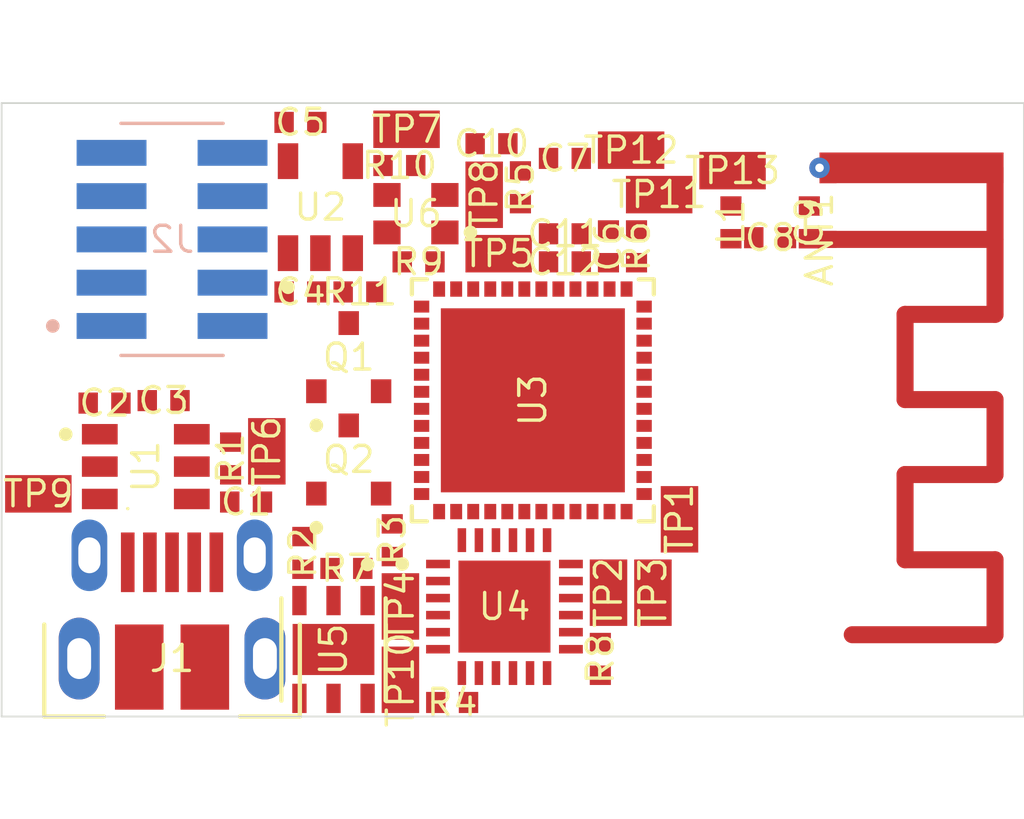
<source format=kicad_pcb>
(kicad_pcb (version 20171130) (host pcbnew 5.0.2)
  (general
    (links 0)
    (no_connects 0)
    (area 0 0 0 0)
    (thickness 1.6)
    (drawings 10)
    (tracks 0)
    (zones 0)
    (modules 0)
    (nets 36))
  (page A4)  (layers
    (0 F.Cu signal)
    (1 In1.Cu signal)
    (2 In2.Cu signal)
    (31 B.Cu signal)
    (32 B.Adhes user)
    (33 F.Adhes user)
    (34 B.Paste user)
    (35 F.Paste user)
    (36 B.SilkS user)
    (37 F.SilkS user)
    (38 B.Mask user)
    (39 F.Mask user)
    (40 Dwgs.User user)
    (41 Cmts.User user)
    (42 Eco1.User user)
    (43 Eco2.User user)
    (44 Edge.Cuts user)
    (45 Margin user)
    (46 B.CrtYd user)
    (47 F.CrtYd user)
    (48 B.Fab user)
    (49 F.Fab user))
  (setup
    (last_trace_width 0)
    (trace_clearance 0.2)
    (zone_clearance 0)
    (zone_45_only no)
    (trace_min 0.13)
    (segment_width 0.2)
    (edge_width 0.15)
    (via_size 0.5588)
    (via_drill 0.254)
    (via_min_size 0.5588)
    (via_min_drill 0.254)
    (uvia_size 0.01)
    (uvia_drill 0)
    (uvias_allowed no)
    (uvia_min_size 0)
    (uvia_min_drill 0)
    (pcb_text_width 0.3)
    (pcb_text_size 1.5 1.5)
    (mod_edge_width 0.15)
    (mod_text_size 1 1)
    (mod_text_width 0.15)
    (pad_size 1.524 1.524)
    (pad_drill 0.762)
    (pad_to_mask_clearance 0.051)
    (aux_axis_origin 0 0)
    (visible_elements FFFFFF7F)
    (pcbplotparams
      (layerselection 0x00030_80000001)
      (usegerberextensions false)
      (excludeedgelayer true)
      (linewidth 0.050000)
      (plotframeref false)
      (viasonmask false)
      (mode 1)
      (useauxorigin false)
      (hpglpennumber 1)
      (hpglpenspeed 20)
      (hpglpendiameter 15)
      (hpglpenoverlay 2)
      (psnegative false)
      (psa4output false)
      (plotreference true)
      (plotvalue true)
      (plotinvisibletext false)
      (padsonsilk false)
      (subtractmaskfromsilk false)
      (outputformat 1)
      (mirror false)
      (drillshape 1)
      (scaleselection 1)
      (outputdirectory ""))
  )
  (net 1 "D+")
  (net 2 "PC-TX")
  (net 3 "H-I2C_sda")
  (net 4 "PC-SET")
  (net 5 "VBUS")
  (net 6 "ESP-TX")
  (net 7 "D-")
  (net 8 "P5V0")
  (net 9 "P3V3")
  (net 10 "PC-RX")
  (net 11 "gnd")
  (net 12 "H-I2C_scl")
  (net 13 "ID")
  (net 14 "PC-RESET")
  (net 15 "ESP-RX")
  (net 16 "b")
  (net 17 "TXD_SCI")
  (net 18 "pwm1_timer")
  (net 19 "c")
  (net 20 "l_b")
  (net 21 "launch")
  (net 22 "pwm0_timer")
  (net 23 "RTS_ECI")
  (net 24 "RTS_SCI")
  (net 25 "g")
  (net 26 "LNA-IN")
  (net 27 "nRST")
  (net 28 "DTR_ECI")
  (net 29 "EN")
  (net 30 "RXD_SCI")
  (net 31 "r")
  (net 32 "proc_q1_b")
  (net 33 "DTR_SCI")
  (net 34 "pwm2_timer")
  (net 35 "rid_p1")
  (module ble-mote:dummy0 (layer F.Cu) (tedit 00000000)
    (at 160.2 97.9 0.0)
    (fp_poly (pts (xy -2.7 -0.45) (xy -2.7 0.45) (xy 2.7 0.45) (xy 2.7 -0.45)) (layer F.Cu) (width 0)))
  (module ble-mote:ant_2GHz4_inverted_f_geom (layer F.Cu) (tedit 00000000)
    (at 157.5 100.0 270.0)
    (pad launch smd rect
      (at 0.0 -0.25 270.0)
      (size 0.5 0.5)
      (net 21 "launch")
      (layers F.Cu F.Paste))
    (pad gnd smd rect
      (at -2.1 -0.25 270.0)
      (size 0.9 0.5)
      (net 11 "gnd")
      (layers F.Cu F.Paste))
    (fp_poly (pts (xy -0.4 0.15) (xy 0.4 0.15) (xy 0.4 -0.65) (xy -0.4 -0.65)) (layer F.Mask) (width 0))
    (fp_poly (pts (xy -2.7 0.15) (xy -1.5 0.15) (xy -1.5 -0.65) (xy -2.7 -0.65)) (layer F.Mask) (width 0))
    (fp_line (start -4.0 -0.5) (end 14.0 -0.5) (layer F.CrtYd) (width 0.05))
    (fp_line (start 14.0 -0.5) (end 14.0 -6.0) (layer F.CrtYd) (width 0.05))
    (fp_line (start 14.0 -6.0) (end -4.0 -6.0) (layer F.CrtYd) (width 0.05))
    (fp_line (start -4.0 -6.0) (end -4.0 -0.5) (layer F.CrtYd) (width 0.05))
    (fp_line (start -4.0 -0.5) (end 14.0 -0.5) (layer B.CrtYd) (width 0.05))
    (fp_line (start 14.0 -0.5) (end 14.0 -6.0) (layer B.CrtYd) (width 0.05))
    (fp_line (start 14.0 -6.0) (end -4.0 -6.0) (layer B.CrtYd) (width 0.05))
    (fp_line (start -4.0 -6.0) (end -4.0 -0.5) (layer B.CrtYd) (width 0.05))
    (fp_line (start 17.0 -6.0) (end -7.0 -6.0) (layer Cmts.User) (width 0.05))
    (fp_text reference "ANT1" (at 0.0 0.0 90.0) (layer F.SilkS)
      (effects (font (size 0.762 0.762) (thickness 0.10)) (justify ))))
  (module ble-mote:ipc_two_pin_landpattern (layer F.Cu) (tedit 00000000)
    (at 147.874599456787 97.1923999786377 0.0)
    (pad 1 smd rect
      (at -0.48 0.0 0.0)
      (size 0.57 0.62)
      (net 11 "gnd")
      (layers F.Cu F.Paste))
    (pad 2 smd rect
      (at 0.48 0.0 0.0)
      (size 0.57 0.62)
      (net 9 "P3V3")
      (layers F.Cu F.Paste))
    (fp_poly (pts (xy -0.915 0.46) (xy -0.045 0.46) (xy -0.045 -0.46) (xy -0.915 -0.46)) (layer F.Mask) (width 0))
    (fp_poly (pts (xy 0.045 0.46) (xy 0.915 0.46) (xy 0.915 -0.46) (xy 0.045 -0.46)) (layer F.Mask) (width 0))
    (fp_line (start -0.765 0.31) (end 0.765 0.31) (layer F.CrtYd) (width 0.05))
    (fp_line (start 0.765 0.31) (end 0.765 -0.31) (layer F.CrtYd) (width 0.05))
    (fp_line (start 0.765 -0.31) (end -0.765 -0.31) (layer F.CrtYd) (width 0.05))
    (fp_line (start -0.765 -0.31) (end -0.765 0.31) (layer F.CrtYd) (width 0.05))
    (fp_text reference "C10" (at 0.0 0.0 0.0) (layer F.SilkS)
      (effects (font (size 0.762 0.762) (thickness 0.10)) (justify )))
    (fp_text reference "C10" (at 0.0 0.0 0.0) (layer F.SilkS)
      (effects (font (size 0.762 0.762) (thickness 0.10)) (justify ))))
  (module ble-mote:ipc_two_pin_landpattern (layer F.Cu) (tedit 00000000)
    (at 146.71960067749 113.588399887085 180.0)
    (pad 1 smd rect
      (at -0.48 0.0 180.0)
      (size 0.57 0.62)
      (net 27 "nRST")
      (layers F.Cu F.Paste))
    (pad 2 smd rect
      (at 0.48 0.0 180.0)
      (size 0.57 0.62)
      (net 9 "P3V3")
      (layers F.Cu F.Paste))
    (fp_poly (pts (xy -0.915 0.46) (xy -0.045 0.46) (xy -0.045 -0.46) (xy -0.915 -0.46)) (layer F.Mask) (width 0))
    (fp_poly (pts (xy 0.045 0.46) (xy 0.915 0.46) (xy 0.915 -0.46) (xy 0.045 -0.46)) (layer F.Mask) (width 0))
    (fp_line (start -0.765 0.31) (end 0.765 0.31) (layer F.CrtYd) (width 0.05))
    (fp_line (start 0.765 0.31) (end 0.765 -0.31) (layer F.CrtYd) (width 0.05))
    (fp_line (start 0.765 -0.31) (end -0.765 -0.31) (layer F.CrtYd) (width 0.05))
    (fp_line (start -0.765 -0.31) (end -0.765 0.31) (layer F.CrtYd) (width 0.05))
    (fp_text reference "R4" (at 0.0 0.0 0.0) (layer F.SilkS)
      (effects (font (size 0.762 0.762) (thickness 0.10)) (justify )))
    (fp_text reference "R4" (at 0.0 0.0 0.0) (layer F.SilkS)
      (effects (font (size 0.762 0.762) (thickness 0.10)) (justify ))))
  (module ble-mote:ipc_two_pin_landpattern (layer F.Cu) (tedit 00000000)
    (at 151.067800521851 112.310199737549 270.0)
    (pad 1 smd rect
      (at -0.48 0.0 270.0)
      (size 0.57 0.62)
      (net 12 "H-I2C_scl")
      (layers F.Cu F.Paste))
    (pad 2 smd rect
      (at 0.48 0.0 270.0)
      (size 0.57 0.62)
      (net 9 "P3V3")
      (layers F.Cu F.Paste))
    (fp_poly (pts (xy -0.915 0.46) (xy -0.045 0.46) (xy -0.045 -0.46) (xy -0.915 -0.46)) (layer F.Mask) (width 0))
    (fp_poly (pts (xy 0.045 0.46) (xy 0.915 0.46) (xy 0.915 -0.46) (xy 0.045 -0.46)) (layer F.Mask) (width 0))
    (fp_line (start -0.765 0.31) (end 0.765 0.31) (layer F.CrtYd) (width 0.05))
    (fp_line (start 0.765 0.31) (end 0.765 -0.31) (layer F.CrtYd) (width 0.05))
    (fp_line (start 0.765 -0.31) (end -0.765 -0.31) (layer F.CrtYd) (width 0.05))
    (fp_line (start -0.765 -0.31) (end -0.765 0.31) (layer F.CrtYd) (width 0.05))
    (fp_text reference "R8" (at 0.0 0.0 90.0) (layer F.SilkS)
      (effects (font (size 0.762 0.762) (thickness 0.10)) (justify )))
    (fp_text reference "R8" (at 0.0 0.0 90.0) (layer F.SilkS)
      (effects (font (size 0.762 0.762) (thickness 0.10)) (justify ))))
  (module ble-mote:ipc_two_pin_landpattern (layer F.Cu) (tedit 00000000)
    (at 148.722799181938 98.4706001281738 270.0)
    (pad 1 smd rect
      (at -0.48 0.0 270.0)
      (size 0.57 0.62)
      (net 9 "P3V3")
      (layers F.Cu F.Paste))
    (pad 2 smd rect
      (at 0.48 0.0 270.0)
      (size 0.57 0.62)
      (net 4 "PC-SET")
      (layers F.Cu F.Paste))
    (fp_poly (pts (xy -0.915 0.46) (xy -0.045 0.46) (xy -0.045 -0.46) (xy -0.915 -0.46)) (layer F.Mask) (width 0))
    (fp_poly (pts (xy 0.045 0.46) (xy 0.915 0.46) (xy 0.915 -0.46) (xy 0.045 -0.46)) (layer F.Mask) (width 0))
    (fp_line (start -0.765 0.31) (end 0.765 0.31) (layer F.CrtYd) (width 0.05))
    (fp_line (start 0.765 0.31) (end 0.765 -0.31) (layer F.CrtYd) (width 0.05))
    (fp_line (start 0.765 -0.31) (end -0.765 -0.31) (layer F.CrtYd) (width 0.05))
    (fp_line (start -0.765 -0.31) (end -0.765 0.31) (layer F.CrtYd) (width 0.05))
    (fp_text reference "R5" (at 0.0 0.0 90.0) (layer F.SilkS)
      (effects (font (size 0.762 0.762) (thickness 0.10)) (justify )))
    (fp_text reference "R5" (at 0.0 0.0 90.0) (layer F.SilkS)
      (effects (font (size 0.762 0.762) (thickness 0.10)) (justify ))))
  (module ble-mote:ipc_two_pin_landpattern (layer F.Cu) (tedit 00000000)
    (at 145.734600067139 100.658800125122 0.0)
    (pad 1 smd rect
      (at -0.48 0.0 0.0)
      (size 0.57 0.62)
      (net 22 "pwm0_timer")
      (layers F.Cu F.Paste))
    (pad 2 smd rect
      (at 0.48 0.0 0.0)
      (size 0.57 0.62)
      (net 31 "r")
      (layers F.Cu F.Paste))
    (fp_poly (pts (xy -0.915 0.46) (xy -0.045 0.46) (xy -0.045 -0.46) (xy -0.915 -0.46)) (layer F.Mask) (width 0))
    (fp_poly (pts (xy 0.045 0.46) (xy 0.915 0.46) (xy 0.915 -0.46) (xy 0.045 -0.46)) (layer F.Mask) (width 0))
    (fp_line (start -0.765 0.31) (end 0.765 0.31) (layer F.CrtYd) (width 0.05))
    (fp_line (start 0.765 0.31) (end 0.765 -0.31) (layer F.CrtYd) (width 0.05))
    (fp_line (start 0.765 -0.31) (end -0.765 -0.31) (layer F.CrtYd) (width 0.05))
    (fp_line (start -0.765 -0.31) (end -0.765 0.31) (layer F.CrtYd) (width 0.05))
    (fp_text reference "R9" (at 0.0 0.0 0.0) (layer F.SilkS)
      (effects (font (size 0.762 0.762) (thickness 0.10)) (justify )))
    (fp_text reference "R9" (at 0.0 0.0 0.0) (layer F.SilkS)
      (effects (font (size 0.762 0.762) (thickness 0.10)) (justify ))))
  (module ble-mote:ipc_two_pin_landpattern (layer F.Cu) (tedit 00000000)
    (at 144.001399993896 101.542400360107 180.0)
    (pad 1 smd rect
      (at -0.48 0.0 180.0)
      (size 0.57 0.62)
      (net 34 "pwm2_timer")
      (layers F.Cu F.Paste))
    (pad 2 smd rect
      (at 0.48 0.0 180.0)
      (size 0.57 0.62)
      (net 20 "l_b")
      (layers F.Cu F.Paste))
    (fp_poly (pts (xy -0.915 0.46) (xy -0.045 0.46) (xy -0.045 -0.46) (xy -0.915 -0.46)) (layer F.Mask) (width 0))
    (fp_poly (pts (xy 0.045 0.46) (xy 0.915 0.46) (xy 0.915 -0.46) (xy 0.045 -0.46)) (layer F.Mask) (width 0))
    (fp_line (start -0.765 0.31) (end 0.765 0.31) (layer F.CrtYd) (width 0.05))
    (fp_line (start 0.765 0.31) (end 0.765 -0.31) (layer F.CrtYd) (width 0.05))
    (fp_line (start 0.765 -0.31) (end -0.765 -0.31) (layer F.CrtYd) (width 0.05))
    (fp_line (start -0.765 -0.31) (end -0.765 0.31) (layer F.CrtYd) (width 0.05))
    (fp_text reference "R11" (at 0.0 0.0 0.0) (layer F.SilkS)
      (effects (font (size 0.762 0.762) (thickness 0.10)) (justify )))
    (fp_text reference "R11" (at 0.0 0.0 0.0) (layer F.SilkS)
      (effects (font (size 0.762 0.762) (thickness 0.10)) (justify ))))
  (module ble-mote:rc_landpattern (layer F.Cu) (tedit 00000000)
    (at 145.201400995255 110.770199775696 90.0)
    (pad p smd rect
      (at 0.0 0.0 90.0)
      (size 1.95 1.1)
      (net 12 "H-I2C_scl")
      (layers F.Cu F.Paste))
    (fp_poly (pts (xy -1.125 0.7) (xy 1.125 0.7) (xy 1.125 -0.7) (xy -1.125 -0.7)) (layer F.Mask) (width 0))
    (fp_line (start -0.975 0.55) (end 0.975 0.55) (layer F.CrtYd) (width 0.05))
    (fp_line (start 0.975 0.55) (end 0.975 -0.55) (layer F.CrtYd) (width 0.05))
    (fp_line (start 0.975 -0.55) (end -0.975 -0.55) (layer F.CrtYd) (width 0.05))
    (fp_line (start -0.975 -0.55) (end -0.975 0.55) (layer F.CrtYd) (width 0.05))
    (fp_text reference "TP4" (at 0.0 0.0 90.0) (layer F.SilkS)
      (effects (font (size 0.762 0.762) (thickness 0.10)) (justify ))))
  (module ble-mote:rc_landpattern (layer F.Cu) (tedit 00000000)
    (at 147.659599483013 98.6906003952026 270.0)
    (pad p smd rect
      (at 0.0 0.0 270.0)
      (size 1.95 1.1)
      (net 10 "PC-RX")
      (layers F.Cu F.Paste))
    (fp_poly (pts (xy -1.125 0.7) (xy 1.125 0.7) (xy 1.125 -0.7) (xy -1.125 -0.7)) (layer F.Mask) (width 0))
    (fp_line (start -0.975 0.55) (end 0.975 0.55) (layer F.CrtYd) (width 0.05))
    (fp_line (start 0.975 0.55) (end 0.975 -0.55) (layer F.CrtYd) (width 0.05))
    (fp_line (start 0.975 -0.55) (end -0.975 -0.55) (layer F.CrtYd) (width 0.05))
    (fp_line (start -0.975 -0.55) (end -0.975 0.55) (layer F.CrtYd) (width 0.05))
    (fp_text reference "TP8" (at 0.0 0.0 90.0) (layer F.SilkS)
      (effects (font (size 0.762 0.762) (thickness 0.10)) (justify ))))
  (module ble-mote:rc_landpattern (layer F.Cu) (tedit 00000000)
    (at 151.970999717712 97.3824005126953 0.0)
    (pad p smd rect
      (at 0.0 0.0 0.0)
      (size 1.95 1.1)
      (net 11 "gnd")
      (layers F.Cu F.Paste))
    (fp_poly (pts (xy -1.125 0.7) (xy 1.125 0.7) (xy 1.125 -0.7) (xy -1.125 -0.7)) (layer F.Mask) (width 0))
    (fp_line (start -0.975 0.55) (end 0.975 0.55) (layer F.CrtYd) (width 0.05))
    (fp_line (start 0.975 0.55) (end 0.975 -0.55) (layer F.CrtYd) (width 0.05))
    (fp_line (start 0.975 -0.55) (end -0.975 -0.55) (layer F.CrtYd) (width 0.05))
    (fp_line (start -0.975 -0.55) (end -0.975 0.55) (layer F.CrtYd) (width 0.05))
    (fp_text reference "TP12" (at 0.0 0.0 0.0) (layer F.SilkS)
      (effects (font (size 0.762 0.762) (thickness 0.10)) (justify ))))
  (module ble-mote:ipc_two_pin_landpattern (layer F.Cu) (tedit 00000000)
    (at 140.218000411987 106.428599357605 90.0)
    (pad 1 smd rect
      (at -0.48 0.0 90.0)
      (size 0.57 0.62)
      (net 35 "rid_p1")
      (layers F.Cu F.Paste))
    (pad 2 smd rect
      (at 0.48 0.0 90.0)
      (size 0.57 0.62)
      (net 11 "gnd")
      (layers F.Cu F.Paste))
    (fp_poly (pts (xy -0.915 0.46) (xy -0.045 0.46) (xy -0.045 -0.46) (xy -0.915 -0.46)) (layer F.Mask) (width 0))
    (fp_poly (pts (xy 0.045 0.46) (xy 0.915 0.46) (xy 0.915 -0.46) (xy 0.045 -0.46)) (layer F.Mask) (width 0))
    (fp_line (start -0.765 0.31) (end 0.765 0.31) (layer F.CrtYd) (width 0.05))
    (fp_line (start 0.765 0.31) (end 0.765 -0.31) (layer F.CrtYd) (width 0.05))
    (fp_line (start 0.765 -0.31) (end -0.765 -0.31) (layer F.CrtYd) (width 0.05))
    (fp_line (start -0.765 -0.31) (end -0.765 0.31) (layer F.CrtYd) (width 0.05))
    (fp_text reference "R1" (at 0.0 0.0 90.0) (layer F.SilkS)
      (effects (font (size 0.762 0.762) (thickness 0.10)) (justify )))
    (fp_text reference "R1" (at 0.0 0.0 90.0) (layer F.SilkS)
      (effects (font (size 0.762 0.762) (thickness 0.10)) (justify ))))
  (module ble-mote:ipc_two_pin_landpattern (layer F.Cu) (tedit 00000000)
    (at 136.519800186157 104.803599476814 0.0)
    (pad 1 smd rect
      (at -0.48 0.0 0.0)
      (size 0.57 0.62)
      (net 5 "VBUS")
      (layers F.Cu F.Paste))
    (pad 2 smd rect
      (at 0.48 0.0 0.0)
      (size 0.57 0.62)
      (net 11 "gnd")
      (layers F.Cu F.Paste))
    (fp_poly (pts (xy -0.915 0.46) (xy -0.045 0.46) (xy -0.045 -0.46) (xy -0.915 -0.46)) (layer F.Mask) (width 0))
    (fp_poly (pts (xy 0.045 0.46) (xy 0.915 0.46) (xy 0.915 -0.46) (xy 0.045 -0.46)) (layer F.Mask) (width 0))
    (fp_line (start -0.765 0.31) (end 0.765 0.31) (layer F.CrtYd) (width 0.05))
    (fp_line (start 0.765 0.31) (end 0.765 -0.31) (layer F.CrtYd) (width 0.05))
    (fp_line (start 0.765 -0.31) (end -0.765 -0.31) (layer F.CrtYd) (width 0.05))
    (fp_line (start -0.765 -0.31) (end -0.765 0.31) (layer F.CrtYd) (width 0.05))
    (fp_text reference "C2" (at 0.0 0.0 0.0) (layer F.SilkS)
      (effects (font (size 0.762 0.762) (thickness 0.10)) (justify )))
    (fp_text reference "C2" (at 0.0 0.0 0.0) (layer F.SilkS)
      (effects (font (size 0.762 0.762) (thickness 0.10)) (justify ))))
  (module ble-mote:ipc_two_pin_landpattern (layer F.Cu) (tedit 00000000)
    (at 142.268200397491 101.542400360107 180.0)
    (pad 1 smd rect
      (at -0.48 0.0 180.0)
      (size 0.57 0.62)
      (net 11 "gnd")
      (layers F.Cu F.Paste))
    (pad 2 smd rect
      (at 0.48 0.0 180.0)
      (size 0.57 0.62)
      (net 8 "P5V0")
      (layers F.Cu F.Paste))
    (fp_poly (pts (xy -0.915 0.46) (xy -0.045 0.46) (xy -0.045 -0.46) (xy -0.915 -0.46)) (layer F.Mask) (width 0))
    (fp_poly (pts (xy 0.045 0.46) (xy 0.915 0.46) (xy 0.915 -0.46) (xy 0.045 -0.46)) (layer F.Mask) (width 0))
    (fp_line (start -0.765 0.31) (end 0.765 0.31) (layer F.CrtYd) (width 0.05))
    (fp_line (start 0.765 0.31) (end 0.765 -0.31) (layer F.CrtYd) (width 0.05))
    (fp_line (start 0.765 -0.31) (end -0.765 -0.31) (layer F.CrtYd) (width 0.05))
    (fp_line (start -0.765 -0.31) (end -0.765 0.31) (layer F.CrtYd) (width 0.05))
    (fp_text reference "C4" (at 0.0 0.0 0.0) (layer F.SilkS)
      (effects (font (size 0.762 0.762) (thickness 0.10)) (justify )))
    (fp_text reference "C4" (at 0.0 0.0 0.0) (layer F.SilkS)
      (effects (font (size 0.762 0.762) (thickness 0.10)) (justify ))))
  (module ble-mote:ipc_two_pin_landpattern (layer F.Cu) (tedit 00000000)
    (at 151.305999755859 100.203800201416 90.0)
    (pad 1 smd rect
      (at -0.48 0.0 90.0)
      (size 0.57 0.62)
      (net 11 "gnd")
      (layers F.Cu F.Paste))
    (pad 2 smd rect
      (at 0.48 0.0 90.0)
      (size 0.57 0.62)
      (net 9 "P3V3")
      (layers F.Cu F.Paste))
    (fp_poly (pts (xy -0.915 0.46) (xy -0.045 0.46) (xy -0.045 -0.46) (xy -0.915 -0.46)) (layer F.Mask) (width 0))
    (fp_poly (pts (xy 0.045 0.46) (xy 0.915 0.46) (xy 0.915 -0.46) (xy 0.045 -0.46)) (layer F.Mask) (width 0))
    (fp_line (start -0.765 0.31) (end 0.765 0.31) (layer F.CrtYd) (width 0.05))
    (fp_line (start 0.765 0.31) (end 0.765 -0.31) (layer F.CrtYd) (width 0.05))
    (fp_line (start 0.765 -0.31) (end -0.765 -0.31) (layer F.CrtYd) (width 0.05))
    (fp_line (start -0.765 -0.31) (end -0.765 0.31) (layer F.CrtYd) (width 0.05))
    (fp_text reference "C6" (at 0.0 0.0 90.0) (layer F.SilkS)
      (effects (font (size 0.762 0.762) (thickness 0.10)) (justify )))
    (fp_text reference "C6" (at 0.0 0.0 90.0) (layer F.SilkS)
      (effects (font (size 0.762 0.762) (thickness 0.10)) (justify ))))
  (module ble-mote:SOT95P280X100_3N (layer F.Cu) (tedit 00000000)
    (at 143.684400081635 103.455600142479 0.0)
    (pad 1 smd rect
      (at -0.95 1.0 0.0)
      (size 0.6 0.7)
      (net 16 "b")
      (layers F.Cu F.Paste))
    (pad 2 smd rect
      (at 0.95 1.0 0.0)
      (size 0.6 0.7)
      (net 23 "RTS_ECI")
      (layers F.Cu F.Paste))
    (pad 3 smd rect
      (at 0.0 -1.0 0.0)
      (size 0.6 0.7)
      (net 29 "EN")
      (layers F.Cu F.Paste))
    (fp_poly (pts (xy -1.4 1.5) (xy -0.5 1.5) (xy -0.5 0.5) (xy -1.4 0.5)) (layer F.Mask) (width 0))
    (fp_poly (pts (xy 0.5 1.5) (xy 1.4 1.5) (xy 1.4 0.5) (xy 0.5 0.5)) (layer F.Mask) (width 0))
    (fp_poly (pts (xy -0.45 -0.5) (xy 0.45 -0.5) (xy 0.45 -1.5) (xy -0.45 -1.5)) (layer F.Mask) (width 0))
    (fp_line (start -1.65 1.4) (end 1.65 1.4) (layer F.CrtYd) (width 0.05))
    (fp_line (start 1.65 1.4) (end 1.65 -1.4) (layer F.CrtYd) (width 0.05))
    (fp_line (start 1.65 -1.4) (end -1.65 -1.4) (layer F.CrtYd) (width 0.05))
    (fp_line (start -1.65 -1.4) (end -1.65 1.4) (layer F.CrtYd) (width 0.05))
    (fp_poly (pts (xy -0.75 2.0) (xy -0.753842943919354 1.96098193559677) (xy -0.765224093497743 1.92346331352698) (xy -0.783706077539491 1.88888595339608) (xy -0.80857864376269 1.85857864376269) (xy -0.83888595339608 1.83370607753949) (xy -0.873463313526982 1.81522409349774) (xy -0.910981935596774 1.80384294391935) (xy -0.95 1.8) (xy -0.989018064403226 1.80384294391935) (xy -1.02653668647302 1.81522409349774) (xy -1.06111404660392 1.83370607753949) (xy -1.09142135623731 1.85857864376269) (xy -1.11629392246051 1.88888595339608) (xy -1.13477590650226 1.92346331352698) (xy -1.14615705608065 1.96098193559677) (xy -1.15 2.0) (xy -1.14615705608065 2.03901806440323) (xy -1.13477590650226 2.07653668647302) (xy -1.11629392246051 2.11111404660392) (xy -1.09142135623731 2.14142135623731) (xy -1.06111404660392 2.16629392246051) (xy -1.02653668647302 2.18477590650226) (xy -0.989018064403226 2.19615705608065) (xy -0.95 2.2) (xy -0.910981935596774 2.19615705608065) (xy -0.873463313526982 2.18477590650226) (xy -0.83888595339608 2.16629392246051) (xy -0.808578643762691 2.14142135623731) (xy -0.783706077539491 2.11111404660392) (xy -0.765224093497743 2.07653668647302) (xy -0.753842943919354 2.03901806440323)) (layer F.SilkS) (width 0))
    (fp_text reference "Q1" (at 0.0 0.0 0.0) (layer F.SilkS)
      (effects (font (size 0.762 0.762) (thickness 0.10)) (justify ))))
  (module ble-mote:SOT95P280X100_3N (layer F.Cu) (tedit 00000000)
    (at 143.684400081635 106.458800196648 0.0)
    (pad 1 smd rect
      (at -0.95 1.0 0.0)
      (size 0.6 0.7)
      (net 32 "proc_q1_b")
      (layers F.Cu F.Paste))
    (pad 2 smd rect
      (at 0.95 1.0 0.0)
      (size 0.6 0.7)
      (net 28 "DTR_ECI")
      (layers F.Cu F.Paste))
    (pad 3 smd rect
      (at 0.0 -1.0 0.0)
      (size 0.6 0.7)
      (net 19 "c")
      (layers F.Cu F.Paste))
    (fp_poly (pts (xy -1.4 1.5) (xy -0.5 1.5) (xy -0.5 0.5) (xy -1.4 0.5)) (layer F.Mask) (width 0))
    (fp_poly (pts (xy 0.5 1.5) (xy 1.4 1.5) (xy 1.4 0.5) (xy 0.5 0.5)) (layer F.Mask) (width 0))
    (fp_poly (pts (xy -0.45 -0.5) (xy 0.45 -0.5) (xy 0.45 -1.5) (xy -0.45 -1.5)) (layer F.Mask) (width 0))
    (fp_line (start -1.65 1.4) (end 1.65 1.4) (layer F.CrtYd) (width 0.05))
    (fp_line (start 1.65 1.4) (end 1.65 -1.4) (layer F.CrtYd) (width 0.05))
    (fp_line (start 1.65 -1.4) (end -1.65 -1.4) (layer F.CrtYd) (width 0.05))
    (fp_line (start -1.65 -1.4) (end -1.65 1.4) (layer F.CrtYd) (width 0.05))
    (fp_poly (pts (xy -0.75 2.0) (xy -0.753842943919354 1.96098193559677) (xy -0.765224093497743 1.92346331352698) (xy -0.783706077539491 1.88888595339608) (xy -0.80857864376269 1.85857864376269) (xy -0.83888595339608 1.83370607753949) (xy -0.873463313526982 1.81522409349774) (xy -0.910981935596774 1.80384294391935) (xy -0.95 1.8) (xy -0.989018064403226 1.80384294391935) (xy -1.02653668647302 1.81522409349774) (xy -1.06111404660392 1.83370607753949) (xy -1.09142135623731 1.85857864376269) (xy -1.11629392246051 1.88888595339608) (xy -1.13477590650226 1.92346331352698) (xy -1.14615705608065 1.96098193559677) (xy -1.15 2.0) (xy -1.14615705608065 2.03901806440323) (xy -1.13477590650226 2.07653668647302) (xy -1.11629392246051 2.11111404660392) (xy -1.09142135623731 2.14142135623731) (xy -1.06111404660392 2.16629392246051) (xy -1.02653668647302 2.18477590650226) (xy -0.989018064403226 2.19615705608065) (xy -0.95 2.2) (xy -0.910981935596774 2.19615705608065) (xy -0.873463313526982 2.18477590650226) (xy -0.83888595339608 2.16629392246051) (xy -0.808578643762691 2.14142135623731) (xy -0.783706077539491 2.11111404660392) (xy -0.765224093497743 2.07653668647302) (xy -0.753842943919354 2.03901806440323)) (layer F.SilkS) (width 0))
    (fp_text reference "Q2" (at 0.0 0.0 0.0) (layer F.SilkS)
      (effects (font (size 0.762 0.762) (thickness 0.10)) (justify ))))
  (module ble-mote:ipc_two_pin_landpattern (layer F.Cu) (tedit 00000000)
    (at 142.338200569153 109.200200080872 270.0)
    (pad 1 smd rect
      (at -0.48 0.0 270.0)
      (size 0.57 0.62)
      (net 28 "DTR_ECI")
      (layers F.Cu F.Paste))
    (pad 2 smd rect
      (at 0.48 0.0 270.0)
      (size 0.57 0.62)
      (net 16 "b")
      (layers F.Cu F.Paste))
    (fp_poly (pts (xy -0.915 0.46) (xy -0.045 0.46) (xy -0.045 -0.46) (xy -0.915 -0.46)) (layer F.Mask) (width 0))
    (fp_poly (pts (xy 0.045 0.46) (xy 0.915 0.46) (xy 0.915 -0.46) (xy 0.045 -0.46)) (layer F.Mask) (width 0))
    (fp_line (start -0.765 0.31) (end 0.765 0.31) (layer F.CrtYd) (width 0.05))
    (fp_line (start 0.765 0.31) (end 0.765 -0.31) (layer F.CrtYd) (width 0.05))
    (fp_line (start 0.765 -0.31) (end -0.765 -0.31) (layer F.CrtYd) (width 0.05))
    (fp_line (start -0.765 -0.31) (end -0.765 0.31) (layer F.CrtYd) (width 0.05))
    (fp_text reference "R2" (at 0.0 0.0 90.0) (layer F.SilkS)
      (effects (font (size 0.762 0.762) (thickness 0.10)) (justify )))
    (fp_text reference "R2" (at 0.0 0.0 90.0) (layer F.SilkS)
      (effects (font (size 0.762 0.762) (thickness 0.10)) (justify ))))
  (module ble-mote:ipc_two_pin_landpattern (layer F.Cu) (tedit 00000000)
    (at 156.05 99.95 0.0)
    (pad 1 smd rect
      (at -0.48 0.0 0.0)
      (size 0.57 0.62)
      (net 26 "LNA-IN")
      (layers F.Cu F.Paste))
    (pad 2 smd rect
      (at 0.48 0.0 0.0)
      (size 0.57 0.62)
      (net 21 "launch")
      (layers F.Cu F.Paste))
    (fp_poly (pts (xy -0.915 0.46) (xy -0.045 0.46) (xy -0.045 -0.46) (xy -0.915 -0.46)) (layer F.Mask) (width 0))
    (fp_poly (pts (xy 0.045 0.46) (xy 0.915 0.46) (xy 0.915 -0.46) (xy 0.045 -0.46)) (layer F.Mask) (width 0))
    (fp_line (start -0.765 0.31) (end 0.765 0.31) (layer F.CrtYd) (width 0.05))
    (fp_line (start 0.765 0.31) (end 0.765 -0.31) (layer F.CrtYd) (width 0.05))
    (fp_line (start 0.765 -0.31) (end -0.765 -0.31) (layer F.CrtYd) (width 0.05))
    (fp_line (start -0.765 -0.31) (end -0.765 0.31) (layer F.CrtYd) (width 0.05))
    (fp_text reference "C8" (at 0.0 0.0 0.0) (layer F.SilkS)
      (effects (font (size 0.762 0.762) (thickness 0.10)) (justify )))
    (fp_text reference "C8" (at 0.0 0.0 0.0) (layer F.SilkS)
      (effects (font (size 0.762 0.762) (thickness 0.10)) (justify ))))
  (module ble-mote:ipc_two_pin_landpattern (layer F.Cu) (tedit 00000000)
    (at 157.2 99.5 270.0)
    (pad 1 smd rect
      (at -0.48 0.0 270.0)
      (size 0.57 0.62)
      (net 11 "gnd")
      (layers F.Cu F.Paste))
    (pad 2 smd rect
      (at 0.48 0.0 270.0)
      (size 0.57 0.62)
      (net 21 "launch")
      (layers F.Cu F.Paste))
    (fp_poly (pts (xy -0.915 0.46) (xy -0.045 0.46) (xy -0.045 -0.46) (xy -0.915 -0.46)) (layer F.Mask) (width 0))
    (fp_poly (pts (xy 0.045 0.46) (xy 0.915 0.46) (xy 0.915 -0.46) (xy 0.045 -0.46)) (layer F.Mask) (width 0))
    (fp_line (start -0.765 0.31) (end 0.765 0.31) (layer F.CrtYd) (width 0.05))
    (fp_line (start 0.765 0.31) (end 0.765 -0.31) (layer F.CrtYd) (width 0.05))
    (fp_line (start 0.765 -0.31) (end -0.765 -0.31) (layer F.CrtYd) (width 0.05))
    (fp_line (start -0.765 -0.31) (end -0.765 0.31) (layer F.CrtYd) (width 0.05))
    (fp_text reference "C9" (at 0.0 0.0 90.0) (layer F.SilkS)
      (effects (font (size 0.762 0.762) (thickness 0.10)) (justify )))
    (fp_text reference "C9" (at 0.0 0.0 90.0) (layer F.SilkS)
      (effects (font (size 0.762 0.762) (thickness 0.10)) (justify ))))
  (module ble-mote:ipc_two_pin_landpattern (layer F.Cu) (tedit 00000000)
    (at 154.9 99.5 270.0)
    (pad 1 smd rect
      (at -0.48 0.0 270.0)
      (size 0.57 0.62)
      (net 11 "gnd")
      (layers F.Cu F.Paste))
    (pad 2 smd rect
      (at 0.48 0.0 270.0)
      (size 0.57 0.62)
      (net 26 "LNA-IN")
      (layers F.Cu F.Paste))
    (fp_poly (pts (xy -0.915 0.46) (xy -0.045 0.46) (xy -0.045 -0.46) (xy -0.915 -0.46)) (layer F.Mask) (width 0))
    (fp_poly (pts (xy 0.045 0.46) (xy 0.915 0.46) (xy 0.915 -0.46) (xy 0.045 -0.46)) (layer F.Mask) (width 0))
    (fp_line (start -0.765 0.31) (end 0.765 0.31) (layer F.CrtYd) (width 0.05))
    (fp_line (start 0.765 0.31) (end 0.765 -0.31) (layer F.CrtYd) (width 0.05))
    (fp_line (start 0.765 -0.31) (end -0.765 -0.31) (layer F.CrtYd) (width 0.05))
    (fp_line (start -0.765 -0.31) (end -0.765 0.31) (layer F.CrtYd) (width 0.05))
    (fp_text reference "L1" (at 0.0 0.0 90.0) (layer F.SilkS)
      (effects (font (size 0.762 0.762) (thickness 0.10)) (justify )))
    (fp_text reference "L1" (at 0.0 0.0 90.0) (layer F.SilkS)
      (effects (font (size 0.762 0.762) (thickness 0.10)) (justify ))))
  (module ble-mote:rgb_2020 (layer F.Cu) (tedit 00000000)
    (at 145.656399965286 99.2455997467041 180.0)
    (pad 1 smd rect
      (at -0.85 -0.55 180.0)
      (size 0.8 0.7)
      (net 31 "r")
      (layers F.Cu F.Paste))
    (pad 2 smd rect
      (at 0.85 -0.55 180.0)
      (size 0.8 0.7)
      (net 20 "l_b")
      (layers F.Cu F.Paste))
    (pad 3 smd rect
      (at -0.85 0.55 180.0)
      (size 0.8 0.7)
      (net 9 "P3V3")
      (layers F.Cu F.Paste))
    (pad 4 smd rect
      (at 0.85 0.55 180.0)
      (size 0.8 0.7)
      (net 25 "g")
      (layers F.Cu F.Paste))
    (fp_poly (pts (xy -1.4 -0.05) (xy -0.3 -0.05) (xy -0.3 -1.05) (xy -1.4 -1.05)) (layer F.Mask) (width 0))
    (fp_poly (pts (xy 0.3 -0.05) (xy 1.4 -0.05) (xy 1.4 -1.05) (xy 0.3 -1.05)) (layer F.Mask) (width 0))
    (fp_poly (pts (xy -1.4 1.05) (xy -0.3 1.05) (xy -0.3 0.05) (xy -1.4 0.05)) (layer F.Mask) (width 0))
    (fp_poly (pts (xy 0.3 1.05) (xy 1.4 1.05) (xy 1.4 0.05) (xy 0.3 0.05)) (layer F.Mask) (width 0))
    (fp_line (start -1.25 0.9) (end 1.25 0.9) (layer F.CrtYd) (width 0.05))
    (fp_line (start 1.25 0.9) (end 1.25 -0.9) (layer F.CrtYd) (width 0.05))
    (fp_line (start 1.25 -0.9) (end -1.25 -0.9) (layer F.CrtYd) (width 0.05))
    (fp_line (start -1.25 -0.9) (end -1.25 0.9) (layer F.CrtYd) (width 0.05))
    (fp_poly (pts (xy -1.4 -0.55) (xy -1.40384294391935 -0.589018064403226) (xy -1.41522409349774 -0.626536686473018) (xy -1.43370607753949 -0.66111404660392) (xy -1.45857864376269 -0.691421356237309) (xy -1.48888595339608 -0.716293922460509) (xy -1.52346331352698 -0.734775906502257) (xy -1.56098193559677 -0.746157056080646) (xy -1.6 -0.75) (xy -1.63901806440323 -0.746157056080646) (xy -1.67653668647302 -0.734775906502257) (xy -1.71111404660392 -0.716293922460509) (xy -1.74142135623731 -0.69142135623731) (xy -1.76629392246051 -0.66111404660392) (xy -1.78477590650226 -0.626536686473018) (xy -1.79615705608065 -0.589018064403226) (xy -1.8 -0.55) (xy -1.79615705608065 -0.510981935596774) (xy -1.78477590650226 -0.473463313526982) (xy -1.76629392246051 -0.43888595339608) (xy -1.74142135623731 -0.408578643762691) (xy -1.71111404660392 -0.383706077539491) (xy -1.67653668647302 -0.365224093497743) (xy -1.63901806440323 -0.353842943919354) (xy -1.6 -0.35) (xy -1.56098193559677 -0.353842943919354) (xy -1.52346331352698 -0.365224093497743) (xy -1.48888595339608 -0.383706077539491) (xy -1.45857864376269 -0.40857864376269) (xy -1.43370607753949 -0.43888595339608) (xy -1.41522409349774 -0.473463313526982) (xy -1.40384294391935 -0.510981935596774)) (layer F.SilkS) (width 0))
    (fp_text reference "U6" (at 0.0 0.0 0.0) (layer F.SilkS)
      (effects (font (size 0.762 0.762) (thickness 0.10)) (justify ))))
  (module ble-mote:rc_landpattern (layer F.Cu) (tedit 00000000)
    (at 153.390800476074 108.213799953461 90.0)
    (pad p smd rect
      (at 0.0 0.0 90.0)
      (size 1.95 1.1)
      (net 6 "ESP-TX")
      (layers F.Cu F.Paste))
    (fp_poly (pts (xy -1.125 0.7) (xy 1.125 0.7) (xy 1.125 -0.7) (xy -1.125 -0.7)) (layer F.Mask) (width 0))
    (fp_line (start -0.975 0.55) (end 0.975 0.55) (layer F.CrtYd) (width 0.05))
    (fp_line (start 0.975 0.55) (end 0.975 -0.55) (layer F.CrtYd) (width 0.05))
    (fp_line (start 0.975 -0.55) (end -0.975 -0.55) (layer F.CrtYd) (width 0.05))
    (fp_line (start -0.975 -0.55) (end -0.975 0.55) (layer F.CrtYd) (width 0.05))
    (fp_text reference "TP1" (at 0.0 0.0 90.0) (layer F.SilkS)
      (effects (font (size 0.762 0.762) (thickness 0.10)) (justify ))))
  (module ble-mote:rc_landpattern (layer F.Cu) (tedit 00000000)
    (at 148.084599375725 100.418800354004 0.0)
    (pad p smd rect
      (at 0.0 0.0 0.0)
      (size 1.95 1.1)
      (net 29 "EN")
      (layers F.Cu F.Paste))
    (fp_poly (pts (xy -1.125 0.7) (xy 1.125 0.7) (xy 1.125 -0.7) (xy -1.125 -0.7)) (layer F.Mask) (width 0))
    (fp_line (start -0.975 0.55) (end 0.975 0.55) (layer F.CrtYd) (width 0.05))
    (fp_line (start 0.975 0.55) (end 0.975 -0.55) (layer F.CrtYd) (width 0.05))
    (fp_line (start 0.975 -0.55) (end -0.975 -0.55) (layer F.CrtYd) (width 0.05))
    (fp_line (start -0.975 -0.55) (end -0.975 0.55) (layer F.CrtYd) (width 0.05))
    (fp_text reference "TP5" (at 0.0 0.0 0.0) (layer F.SilkS)
      (effects (font (size 0.762 0.762) (thickness 0.10)) (justify ))))
  (module ble-mote:rc_landpattern (layer F.Cu) (tedit 00000000)
    (at 134.576600074768 107.466799497604 180.0)
    (pad p smd rect
      (at 0.0 0.0 180.0)
      (size 1.95 1.1)
      (net 8 "P5V0")
      (layers F.Cu F.Paste))
    (fp_poly (pts (xy -1.125 0.7) (xy 1.125 0.7) (xy 1.125 -0.7) (xy -1.125 -0.7)) (layer F.Mask) (width 0))
    (fp_line (start -0.975 0.55) (end 0.975 0.55) (layer F.CrtYd) (width 0.05))
    (fp_line (start 0.975 0.55) (end 0.975 -0.55) (layer F.CrtYd) (width 0.05))
    (fp_line (start 0.975 -0.55) (end -0.975 -0.55) (layer F.CrtYd) (width 0.05))
    (fp_line (start -0.975 -0.55) (end -0.975 0.55) (layer F.CrtYd) (width 0.05))
    (fp_text reference "TP9" (at 0.0 0.0 0.0) (layer F.SilkS)
      (effects (font (size 0.762 0.762) (thickness 0.10)) (justify ))))
  (module ble-mote:rc_landpattern (layer F.Cu) (tedit 00000000)
    (at 154.947400093079 97.9818000793457 180.0)
    (pad p smd rect
      (at 0.0 0.0 180.0)
      (size 1.95 1.1)
      (net 11 "gnd")
      (layers F.Cu F.Paste))
    (fp_poly (pts (xy -1.125 0.7) (xy 1.125 0.7) (xy 1.125 -0.7) (xy -1.125 -0.7)) (layer F.Mask) (width 0))
    (fp_line (start -0.975 0.55) (end 0.975 0.55) (layer F.CrtYd) (width 0.05))
    (fp_line (start 0.975 0.55) (end 0.975 -0.55) (layer F.CrtYd) (width 0.05))
    (fp_line (start 0.975 -0.55) (end -0.975 -0.55) (layer F.CrtYd) (width 0.05))
    (fp_line (start -0.975 -0.55) (end -0.975 0.55) (layer F.CrtYd) (width 0.05))
    (fp_text reference "TP13" (at 0.0 0.0 0.0) (layer F.SilkS)
      (effects (font (size 0.762 0.762) (thickness 0.10)) (justify ))))
  (module ble-mote:amphenol_10103594_0001lf (layer F.Cu) (tedit 00000000)
    (at 138.5 112.3 0.0)
    (pad 1 smd rect
      (at -1.3 -2.825 0.0)
      (size 0.4 1.75)
      (net 5 "VBUS")
      (layers F.Cu F.Paste))
    (pad 2 smd rect
      (at -0.65 -2.825 0.0)
      (size 0.4 1.75)
      (net 7 "D-")
      (layers F.Cu F.Paste))
    (pad 3 smd rect
      (at 0.0 -2.825 0.0)
      (size 0.4 1.75)
      (net 1 "D+")
      (layers F.Cu F.Paste))
    (pad 4 smd rect
      (at 0.65 -2.825 0.0)
      (size 0.4 1.75)
      (net 13 "ID")
      (layers F.Cu F.Paste))
    (pad 5 smd rect
      (at 1.3 -2.825 0.0)
      (size 0.4 1.75)
      (net 11 "gnd")
      (layers F.Cu F.Paste))
    (pad 6 thru_hole oval
      (at -2.425 -3.03 90.0)
      (size 1.46 0.73)
      (net 35 "rid_p1")
      (drill oval 1.05 0.65)
      (layers *.Cu ))
    (pad 7 thru_hole oval
      (at 2.425 -3.03 90.0)
      (size 1.46 0.73)
      (net 35 "rid_p1")
      (drill oval 1.05 0.65)
      (layers *.Cu ))
    (pad 8 thru_hole oval
      (at -2.725 0.0 90.0)
      (size 2.4 1.2)
      (net 35 "rid_p1")
      (drill oval 1.2 0.7)
      (layers *.Cu ))
    (pad 9 thru_hole oval
      (at 2.725 0.0 90.0)
      (size 2.4 1.2)
      (net 35 "rid_p1")
      (drill oval 1.2 0.7)
      (layers *.Cu ))
    (pad 10 smd oval
      (at -2.425 -3.03 90.0)
      (size 2.1 1.05)
      (net 35 "rid_p1")
      (layers B.Cu B.Paste))
    (pad 11 smd oval
      (at 2.425 -3.03 90.0)
      (size 2.1 1.05)
      (net 35 "rid_p1")
      (layers B.Cu B.Paste))
    (pad 13 smd rect
      (at -0.9625 0.25 0.0)
      (size 1.425 2.5)
      (net 35 "rid_p1")
      (layers F.Cu F.Paste))
    (pad 14 smd rect
      (at 0.9625 0.25 0.0)
      (size 1.425 2.5)
      (net 35 "rid_p1")
      (layers F.Cu F.Paste))
    (fp_poly (pts (xy -1.65 -1.8) (xy -0.95 -1.8) (xy -0.95 -3.85) (xy -1.65 -3.85)) (layer F.Mask) (width 0))
    (fp_poly (pts (xy -1.0 -1.8) (xy -0.3 -1.8) (xy -0.3 -3.85) (xy -1.0 -3.85)) (layer F.Mask) (width 0))
    (fp_poly (pts (xy -0.35 -1.8) (xy 0.35 -1.8) (xy 0.35 -3.85) (xy -0.35 -3.85)) (layer F.Mask) (width 0))
    (fp_poly (pts (xy 0.3 -1.8) (xy 1.0 -1.8) (xy 1.0 -3.85) (xy 0.3 -3.85)) (layer F.Mask) (width 0))
    (fp_poly (pts (xy 0.95 -1.8) (xy 1.65 -1.8) (xy 1.65 -3.85) (xy 0.95 -3.85)) (layer F.Mask) (width 0))
    (fp_poly (pts (xy -1.91 -3.395) (xy -1.91989558059234 -3.49547151583831) (xy -1.94920204075669 -3.59208196766802) (xy -1.99679314966419 -3.6811186700051) (xy -2.06084000768893 -3.75915999231107) (xy -2.1388813299949 -3.82320685033581) (xy -2.22791803233198 -3.87079795924331) (xy -2.32452848416169 -3.90010441940766) (xy -2.425 -3.91) (xy -2.52547151583831 -3.90010441940766) (xy -2.62208196766802 -3.87079795924331) (xy -2.71111867000509 -3.82320685033581) (xy -2.78915999231107 -3.75915999231107) (xy -2.85320685033581 -3.68111867000509) (xy -2.90079795924331 -3.59208196766802) (xy -2.93010441940766 -3.49547151583831) (xy -2.94 -3.395) (xy -2.94 -2.665) (xy -2.93010441940766 -2.56452848416169) (xy -2.90079795924331 -2.46791803233198) (xy -2.85320685033581 -2.3788813299949) (xy -2.78915999231107 -2.30084000768893) (xy -2.71111867000509 -2.23679314966419) (xy -2.62208196766802 -2.18920204075669) (xy -2.52547151583831 -2.15989558059234) (xy -2.425 -2.15) (xy -2.32452848416169 -2.15989558059234) (xy -2.22791803233198 -2.18920204075669) (xy -2.1388813299949 -2.23679314966419) (xy -2.06084000768893 -2.30084000768893) (xy -1.99679314966419 -2.3788813299949) (xy -1.94920204075669 -2.46791803233198) (xy -1.91989558059234 -2.56452848416169) (xy -1.91 -2.665)) (layer F.Mask) (width 0))
    (fp_poly (pts (xy -1.91 -3.395) (xy -1.91989558059234 -3.49547151583831) (xy -1.94920204075669 -3.59208196766802) (xy -1.99679314966419 -3.6811186700051) (xy -2.06084000768893 -3.75915999231107) (xy -2.1388813299949 -3.82320685033581) (xy -2.22791803233198 -3.87079795924331) (xy -2.32452848416169 -3.90010441940766) (xy -2.425 -3.91) (xy -2.52547151583831 -3.90010441940766) (xy -2.62208196766802 -3.87079795924331) (xy -2.71111867000509 -3.82320685033581) (xy -2.78915999231107 -3.75915999231107) (xy -2.85320685033581 -3.68111867000509) (xy -2.90079795924331 -3.59208196766802) (xy -2.93010441940766 -3.49547151583831) (xy -2.94 -3.395) (xy -2.94 -2.665) (xy -2.93010441940766 -2.56452848416169) (xy -2.90079795924331 -2.46791803233198) (xy -2.85320685033581 -2.3788813299949) (xy -2.78915999231107 -2.30084000768893) (xy -2.71111867000509 -2.23679314966419) (xy -2.62208196766802 -2.18920204075669) (xy -2.52547151583831 -2.15989558059234) (xy -2.425 -2.15) (xy -2.32452848416169 -2.15989558059234) (xy -2.22791803233198 -2.18920204075669) (xy -2.1388813299949 -2.23679314966419) (xy -2.06084000768893 -2.30084000768893) (xy -1.99679314966419 -2.3788813299949) (xy -1.94920204075669 -2.46791803233198) (xy -1.91989558059234 -2.56452848416169) (xy -1.91 -2.665)) (layer B.Mask) (width 0))
    (fp_poly (pts (xy 2.94 -3.395) (xy 2.93010441940766 -3.49547151583831) (xy 2.90079795924331 -3.59208196766802) (xy 2.85320685033581 -3.6811186700051) (xy 2.78915999231107 -3.75915999231107) (xy 2.71111867000509 -3.82320685033581) (xy 2.62208196766802 -3.87079795924331) (xy 2.52547151583831 -3.90010441940766) (xy 2.425 -3.91) (xy 2.32452848416169 -3.90010441940766) (xy 2.22791803233198 -3.87079795924331) (xy 2.1388813299949 -3.82320685033581) (xy 2.06084000768893 -3.75915999231107) (xy 1.99679314966419 -3.68111867000509) (xy 1.94920204075669 -3.59208196766802) (xy 1.91989558059234 -3.49547151583831) (xy 1.91 -3.395) (xy 1.91 -2.665) (xy 1.91989558059234 -2.56452848416169) (xy 1.94920204075669 -2.46791803233198) (xy 1.99679314966419 -2.3788813299949) (xy 2.06084000768893 -2.30084000768893) (xy 2.1388813299949 -2.23679314966419) (xy 2.22791803233198 -2.18920204075669) (xy 2.32452848416169 -2.15989558059234) (xy 2.425 -2.15) (xy 2.52547151583831 -2.15989558059234) (xy 2.62208196766802 -2.18920204075669) (xy 2.71111867000509 -2.23679314966419) (xy 2.78915999231107 -2.30084000768893) (xy 2.85320685033581 -2.3788813299949) (xy 2.90079795924331 -2.46791803233198) (xy 2.93010441940766 -2.56452848416169) (xy 2.94 -2.665)) (layer F.Mask) (width 0))
    (fp_poly (pts (xy 2.94 -3.395) (xy 2.93010441940766 -3.49547151583831) (xy 2.90079795924331 -3.59208196766802) (xy 2.85320685033581 -3.6811186700051) (xy 2.78915999231107 -3.75915999231107) (xy 2.71111867000509 -3.82320685033581) (xy 2.62208196766802 -3.87079795924331) (xy 2.52547151583831 -3.90010441940766) (xy 2.425 -3.91) (xy 2.32452848416169 -3.90010441940766) (xy 2.22791803233198 -3.87079795924331) (xy 2.1388813299949 -3.82320685033581) (xy 2.06084000768893 -3.75915999231107) (xy 1.99679314966419 -3.68111867000509) (xy 1.94920204075669 -3.59208196766802) (xy 1.91989558059234 -3.49547151583831) (xy 1.91 -3.395) (xy 1.91 -2.665) (xy 1.91989558059234 -2.56452848416169) (xy 1.94920204075669 -2.46791803233198) (xy 1.99679314966419 -2.3788813299949) (xy 2.06084000768893 -2.30084000768893) (xy 2.1388813299949 -2.23679314966419) (xy 2.22791803233198 -2.18920204075669) (xy 2.32452848416169 -2.15989558059234) (xy 2.425 -2.15) (xy 2.52547151583831 -2.15989558059234) (xy 2.62208196766802 -2.18920204075669) (xy 2.71111867000509 -2.23679314966419) (xy 2.78915999231107 -2.30084000768893) (xy 2.85320685033581 -2.3788813299949) (xy 2.90079795924331 -2.46791803233198) (xy 2.93010441940766 -2.56452848416169) (xy 2.94 -2.665)) (layer B.Mask) (width 0))
    (fp_poly (pts (xy -1.975 -0.6) (xy -1.98941103969758 -0.746317741512096) (xy -2.03209035061654 -0.887012574273817) (xy -2.10139779077309 -1.0166776747647) (xy -2.19466991411009 -1.13033008588991) (xy -2.3083223252353 -1.22360220922691) (xy -2.43798742572618 -1.29290964938346) (xy -2.5786822584879 -1.33558896030242) (xy -2.725 -1.35) (xy -2.8713177415121 -1.33558896030242) (xy -3.01201257427382 -1.29290964938346) (xy -3.1416776747647 -1.22360220922691) (xy -3.25533008588991 -1.13033008588991) (xy -3.34860220922691 -1.0166776747647) (xy -3.41790964938347 -0.887012574273817) (xy -3.46058896030242 -0.746317741512096) (xy -3.475 -0.6) (xy -3.475 0.6) (xy -3.46058896030242 0.746317741512096) (xy -3.41790964938347 0.887012574273817) (xy -3.34860220922691 1.0166776747647) (xy -3.25533008588991 1.13033008588991) (xy -3.1416776747647 1.22360220922691) (xy -3.01201257427382 1.29290964938346) (xy -2.8713177415121 1.33558896030242) (xy -2.725 1.35) (xy -2.5786822584879 1.33558896030242) (xy -2.43798742572618 1.29290964938346) (xy -2.3083223252353 1.22360220922691) (xy -2.19466991411009 1.13033008588991) (xy -2.10139779077309 1.0166776747647) (xy -2.03209035061654 0.887012574273817) (xy -1.98941103969758 0.746317741512096) (xy -1.975 0.6)) (layer F.Mask) (width 0))
    (fp_poly (pts (xy -1.975 -0.6) (xy -1.98941103969758 -0.746317741512096) (xy -2.03209035061654 -0.887012574273817) (xy -2.10139779077309 -1.0166776747647) (xy -2.19466991411009 -1.13033008588991) (xy -2.3083223252353 -1.22360220922691) (xy -2.43798742572618 -1.29290964938346) (xy -2.5786822584879 -1.33558896030242) (xy -2.725 -1.35) (xy -2.8713177415121 -1.33558896030242) (xy -3.01201257427382 -1.29290964938346) (xy -3.1416776747647 -1.22360220922691) (xy -3.25533008588991 -1.13033008588991) (xy -3.34860220922691 -1.0166776747647) (xy -3.41790964938347 -0.887012574273817) (xy -3.46058896030242 -0.746317741512096) (xy -3.475 -0.6) (xy -3.475 0.6) (xy -3.46058896030242 0.746317741512096) (xy -3.41790964938347 0.887012574273817) (xy -3.34860220922691 1.0166776747647) (xy -3.25533008588991 1.13033008588991) (xy -3.1416776747647 1.22360220922691) (xy -3.01201257427382 1.29290964938346) (xy -2.8713177415121 1.33558896030242) (xy -2.725 1.35) (xy -2.5786822584879 1.33558896030242) (xy -2.43798742572618 1.29290964938346) (xy -2.3083223252353 1.22360220922691) (xy -2.19466991411009 1.13033008588991) (xy -2.10139779077309 1.0166776747647) (xy -2.03209035061654 0.887012574273817) (xy -1.98941103969758 0.746317741512096) (xy -1.975 0.6)) (layer B.Mask) (width 0))
    (fp_poly (pts (xy 3.475 -0.6) (xy 3.46058896030242 -0.746317741512096) (xy 3.41790964938347 -0.887012574273817) (xy 3.34860220922691 -1.0166776747647) (xy 3.25533008588991 -1.13033008588991) (xy 3.1416776747647 -1.22360220922691) (xy 3.01201257427382 -1.29290964938346) (xy 2.8713177415121 -1.33558896030242) (xy 2.725 -1.35) (xy 2.5786822584879 -1.33558896030242) (xy 2.43798742572618 -1.29290964938346) (xy 2.3083223252353 -1.22360220922691) (xy 2.19466991411009 -1.13033008588991) (xy 2.10139779077309 -1.0166776747647) (xy 2.03209035061654 -0.887012574273817) (xy 1.98941103969758 -0.746317741512096) (xy 1.975 -0.6) (xy 1.975 0.6) (xy 1.98941103969758 0.746317741512096) (xy 2.03209035061654 0.887012574273817) (xy 2.10139779077309 1.0166776747647) (xy 2.19466991411009 1.13033008588991) (xy 2.3083223252353 1.22360220922691) (xy 2.43798742572618 1.29290964938346) (xy 2.5786822584879 1.33558896030242) (xy 2.725 1.35) (xy 2.8713177415121 1.33558896030242) (xy 3.01201257427382 1.29290964938346) (xy 3.1416776747647 1.22360220922691) (xy 3.25533008588991 1.13033008588991) (xy 3.34860220922691 1.0166776747647) (xy 3.41790964938347 0.887012574273817) (xy 3.46058896030242 0.746317741512096) (xy 3.475 0.6)) (layer F.Mask) (width 0))
    (fp_poly (pts (xy 3.475 -0.6) (xy 3.46058896030242 -0.746317741512096) (xy 3.41790964938347 -0.887012574273817) (xy 3.34860220922691 -1.0166776747647) (xy 3.25533008588991 -1.13033008588991) (xy 3.1416776747647 -1.22360220922691) (xy 3.01201257427382 -1.29290964938346) (xy 2.8713177415121 -1.33558896030242) (xy 2.725 -1.35) (xy 2.5786822584879 -1.33558896030242) (xy 2.43798742572618 -1.29290964938346) (xy 2.3083223252353 -1.22360220922691) (xy 2.19466991411009 -1.13033008588991) (xy 2.10139779077309 -1.0166776747647) (xy 2.03209035061654 -0.887012574273817) (xy 1.98941103969758 -0.746317741512096) (xy 1.975 -0.6) (xy 1.975 0.6) (xy 1.98941103969758 0.746317741512096) (xy 2.03209035061654 0.887012574273817) (xy 2.10139779077309 1.0166776747647) (xy 2.19466991411009 1.13033008588991) (xy 2.3083223252353 1.22360220922691) (xy 2.43798742572618 1.29290964938346) (xy 2.5786822584879 1.33558896030242) (xy 2.725 1.35) (xy 2.8713177415121 1.33558896030242) (xy 3.01201257427382 1.29290964938346) (xy 3.1416776747647 1.22360220922691) (xy 3.25533008588991 1.13033008588991) (xy 3.34860220922691 1.0166776747647) (xy 3.41790964938347 0.887012574273817) (xy 3.46058896030242 0.746317741512096) (xy 3.475 0.6)) (layer B.Mask) (width 0))
    (fp_poly (pts (xy -1.75 -3.555) (xy -1.76296993572782 -3.68668596736089) (xy -1.80138131555488 -3.81331131684644) (xy -1.86375801169578 -3.93000990728823) (xy -1.94770292269908 -4.03229707730092) (xy -2.04999009271177 -4.11624198830422) (xy -2.16668868315356 -4.17861868444512) (xy -2.29331403263911 -4.21703006427218) (xy -2.425 -4.23) (xy -2.55668596736089 -4.21703006427218) (xy -2.68331131684644 -4.17861868444512) (xy -2.80000990728823 -4.11624198830422) (xy -2.90229707730092 -4.03229707730092) (xy -2.98624198830422 -3.93000990728823) (xy -3.04861868444512 -3.81331131684644) (xy -3.08703006427218 -3.68668596736089) (xy -3.1 -3.555) (xy -3.1 -2.505) (xy -3.08703006427218 -2.37331403263911) (xy -3.04861868444512 -2.24668868315356) (xy -2.98624198830422 -2.12999009271177) (xy -2.90229707730092 -2.02770292269908) (xy -2.80000990728823 -1.94375801169578) (xy -2.68331131684644 -1.88138131555488) (xy -2.55668596736089 -1.84296993572782) (xy -2.425 -1.83) (xy -2.29331403263911 -1.84296993572782) (xy -2.16668868315356 -1.88138131555488) (xy -2.04999009271177 -1.94375801169578) (xy -1.94770292269908 -2.02770292269908) (xy -1.86375801169578 -2.12999009271177) (xy -1.80138131555488 -2.24668868315356) (xy -1.76296993572782 -2.37331403263911) (xy -1.75 -2.505)) (layer B.Mask) (width 0))
    (fp_poly (pts (xy 3.1 -3.555) (xy 3.08703006427218 -3.68668596736089) (xy 3.04861868444512 -3.81331131684644) (xy 2.98624198830422 -3.93000990728823) (xy 2.90229707730092 -4.03229707730092) (xy 2.80000990728823 -4.11624198830422) (xy 2.68331131684644 -4.17861868444512) (xy 2.55668596736089 -4.21703006427218) (xy 2.425 -4.23) (xy 2.29331403263911 -4.21703006427218) (xy 2.16668868315356 -4.17861868444512) (xy 2.04999009271177 -4.11624198830422) (xy 1.94770292269908 -4.03229707730092) (xy 1.86375801169578 -3.93000990728823) (xy 1.80138131555488 -3.81331131684644) (xy 1.76296993572782 -3.68668596736089) (xy 1.75 -3.555) (xy 1.75 -2.505) (xy 1.76296993572782 -2.37331403263911) (xy 1.80138131555488 -2.24668868315356) (xy 1.86375801169578 -2.12999009271177) (xy 1.94770292269908 -2.02770292269908) (xy 2.04999009271177 -1.94375801169578) (xy 2.16668868315356 -1.88138131555488) (xy 2.29331403263911 -1.84296993572782) (xy 2.425 -1.83) (xy 2.55668596736089 -1.84296993572782) (xy 2.68331131684644 -1.88138131555488) (xy 2.80000990728823 -1.94375801169578) (xy 2.90229707730092 -2.02770292269908) (xy 2.98624198830422 -2.12999009271177) (xy 3.04861868444512 -2.24668868315356) (xy 3.08703006427218 -2.37331403263911) (xy 3.1 -2.505)) (layer B.Mask) (width 0))
    (fp_poly (pts (xy -1.825 1.65) (xy -0.1 1.65) (xy -0.1 -1.15) (xy -1.825 -1.15)) (layer F.Mask) (width 0))
    (fp_poly (pts (xy 0.1 1.65) (xy 1.825 1.65) (xy 1.825 -1.15) (xy 0.1 -1.15)) (layer F.Mask) (width 0))
    (fp_line (start 3.75 -1.0) (end 3.75 1.7) (layer F.SilkS) (width 0.127))
    (fp_line (start -3.75 -1.0) (end -3.75 1.7) (layer F.SilkS) (width 0.127))
    (fp_poly (pts (xy -1.25 -4.4) (xy -1.25096073597984 -4.40975451610081) (xy -1.25380602337444 -4.41913417161826) (xy -1.25842651938487 -4.42777851165098) (xy -1.26464466094067 -4.43535533905933) (xy -1.27222148834902 -4.44157348061513) (xy -1.28086582838175 -4.44619397662556) (xy -1.29024548389919 -4.44903926402016) (xy -1.3 -4.45) (xy -1.30975451610081 -4.44903926402016) (xy -1.31913417161825 -4.44619397662556) (xy -1.32777851165098 -4.44157348061513) (xy -1.33535533905933 -4.43535533905933) (xy -1.34157348061513 -4.42777851165098) (xy -1.34619397662556 -4.41913417161826) (xy -1.34903926402016 -4.40975451610081) (xy -1.35 -4.4) (xy -1.34903926402016 -4.39024548389919) (xy -1.34619397662556 -4.38086582838175) (xy -1.34157348061513 -4.37222148834902) (xy -1.33535533905933 -4.36464466094067) (xy -1.32777851165098 -4.35842651938487) (xy -1.31913417161825 -4.35380602337444) (xy -1.30975451610081 -4.35096073597984) (xy -1.3 -4.35) (xy -1.29024548389919 -4.35096073597984) (xy -1.28086582838175 -4.35380602337444) (xy -1.27222148834902 -4.35842651938487) (xy -1.26464466094067 -4.36464466094067) (xy -1.25842651938487 -4.37222148834902) (xy -1.25380602337444 -4.38086582838175) (xy -1.25096073597984 -4.39024548389919)) (layer F.SilkS) (width 0))
    (fp_line (start -3.75 1.7) (end -1.995 1.7) (layer F.SilkS) (width 0.127))
    (fp_line (start 3.75 1.7) (end 1.995 1.7) (layer F.SilkS) (width 0.127))
    (fp_text reference "J1" (at 0.0 0.0 0.0) (layer F.SilkS)
      (effects (font (size 0.762 0.762) (thickness 0.10)) (justify ))))
  (module ble-mote:ipc_two_pin_landpattern (layer F.Cu) (tedit 00000000)
    (at 150.027799606323 99.835599899292 180.0)
    (pad 1 smd rect
      (at -0.48 0.0 180.0)
      (size 0.57 0.62)
      (net 11 "gnd")
      (layers F.Cu F.Paste))
    (pad 2 smd rect
      (at 0.48 0.0 180.0)
      (size 0.57 0.62)
      (net 9 "P3V3")
      (layers F.Cu F.Paste))
    (fp_poly (pts (xy -0.915 0.46) (xy -0.045 0.46) (xy -0.045 -0.46) (xy -0.915 -0.46)) (layer F.Mask) (width 0))
    (fp_poly (pts (xy 0.045 0.46) (xy 0.915 0.46) (xy 0.915 -0.46) (xy 0.045 -0.46)) (layer F.Mask) (width 0))
    (fp_line (start -0.765 0.31) (end 0.765 0.31) (layer F.CrtYd) (width 0.05))
    (fp_line (start 0.765 0.31) (end 0.765 -0.31) (layer F.CrtYd) (width 0.05))
    (fp_line (start 0.765 -0.31) (end -0.765 -0.31) (layer F.CrtYd) (width 0.05))
    (fp_line (start -0.765 -0.31) (end -0.765 0.31) (layer F.CrtYd) (width 0.05))
    (fp_text reference "C11" (at 0.0 0.0 0.0) (layer F.SilkS)
      (effects (font (size 0.762 0.762) (thickness 0.10)) (justify )))
    (fp_text reference "C11" (at 0.0 0.0 0.0) (layer F.SilkS)
      (effects (font (size 0.762 0.762) (thickness 0.10)) (justify ))))
  (module ble-mote:ipc_two_pin_landpattern (layer F.Cu) (tedit 00000000)
    (at 150.027799606323 100.658800125122 180.0)
    (pad 1 smd rect
      (at -0.48 0.0 180.0)
      (size 0.57 0.62)
      (net 11 "gnd")
      (layers F.Cu F.Paste))
    (pad 2 smd rect
      (at 0.48 0.0 180.0)
      (size 0.57 0.62)
      (net 9 "P3V3")
      (layers F.Cu F.Paste))
    (fp_poly (pts (xy -0.915 0.46) (xy -0.045 0.46) (xy -0.045 -0.46) (xy -0.915 -0.46)) (layer F.Mask) (width 0))
    (fp_poly (pts (xy 0.045 0.46) (xy 0.915 0.46) (xy 0.915 -0.46) (xy 0.045 -0.46)) (layer F.Mask) (width 0))
    (fp_line (start -0.765 0.31) (end 0.765 0.31) (layer F.CrtYd) (width 0.05))
    (fp_line (start 0.765 0.31) (end 0.765 -0.31) (layer F.CrtYd) (width 0.05))
    (fp_line (start 0.765 -0.31) (end -0.765 -0.31) (layer F.CrtYd) (width 0.05))
    (fp_line (start -0.765 -0.31) (end -0.765 0.31) (layer F.CrtYd) (width 0.05))
    (fp_text reference "C12" (at 0.0 0.0 0.0) (layer F.SilkS)
      (effects (font (size 0.762 0.762) (thickness 0.10)) (justify )))
    (fp_text reference "C12" (at 0.0 0.0 0.0) (layer F.SilkS)
      (effects (font (size 0.762 0.762) (thickness 0.10)) (justify ))))
  (module ble-mote:ipc_two_pin_landpattern (layer F.Cu) (tedit 00000000)
    (at 143.616400718689 109.655200004578 180.0)
    (pad 1 smd rect
      (at -0.48 0.0 180.0)
      (size 0.57 0.62)
      (net 3 "H-I2C_sda")
      (layers F.Cu F.Paste))
    (pad 2 smd rect
      (at 0.48 0.0 180.0)
      (size 0.57 0.62)
      (net 9 "P3V3")
      (layers F.Cu F.Paste))
    (fp_poly (pts (xy -0.915 0.46) (xy -0.045 0.46) (xy -0.045 -0.46) (xy -0.915 -0.46)) (layer F.Mask) (width 0))
    (fp_poly (pts (xy 0.045 0.46) (xy 0.915 0.46) (xy 0.915 -0.46) (xy 0.045 -0.46)) (layer F.Mask) (width 0))
    (fp_line (start -0.765 0.31) (end 0.765 0.31) (layer F.CrtYd) (width 0.05))
    (fp_line (start 0.765 0.31) (end 0.765 -0.31) (layer F.CrtYd) (width 0.05))
    (fp_line (start 0.765 -0.31) (end -0.765 -0.31) (layer F.CrtYd) (width 0.05))
    (fp_line (start -0.765 -0.31) (end -0.765 0.31) (layer F.CrtYd) (width 0.05))
    (fp_text reference "R7" (at 0.0 0.0 0.0) (layer F.SilkS)
      (effects (font (size 0.762 0.762) (thickness 0.10)) (justify )))
    (fp_text reference "R7" (at 0.0 0.0 0.0) (layer F.SilkS)
      (effects (font (size 0.762 0.762) (thickness 0.10)) (justify ))))
  (module ble-mote:amphenol_minitek127_pkg (layer B.Cu) (tedit 00000000)
    (at 138.5 100.0 180.0)
    (pad 1 smd rect
      (at 1.775 -2.54 180.0)
      (size 2.05 0.76)
      (net 8 "P5V0")
      (layers B.Cu B.Paste))
    (pad 2 smd rect
      (at -1.775 -2.54 180.0)
      (size 2.05 0.76)
      (net 8 "P5V0")
      (layers B.Cu B.Paste))
    (pad 3 smd rect
      (at 1.775 -1.27 180.0)
      (size 2.05 0.76)
      (net 11 "gnd")
      (layers B.Cu B.Paste))
    (pad 4 smd rect
      (at -1.775 -1.27 180.0)
      (size 2.05 0.76)
      (net 11 "gnd")
      (layers B.Cu B.Paste))
    (pad 5 smd rect
      (at 1.775 0.0 180.0)
      (size 2.05 0.76)
      (layers B.Cu B.Paste))
    (pad 6 smd rect
      (at -1.775 0.0 180.0)
      (size 2.05 0.76)
      (net 14 "PC-RESET")
      (layers B.Cu B.Paste))
    (pad 7 smd rect
      (at 1.775 1.27 180.0)
      (size 2.05 0.76)
      (layers B.Cu B.Paste))
    (pad 8 smd rect
      (at -1.775 1.27 180.0)
      (size 2.05 0.76)
      (net 10 "PC-RX")
      (layers B.Cu B.Paste))
    (pad 9 smd rect
      (at 1.775 2.54 180.0)
      (size 2.05 0.76)
      (net 4 "PC-SET")
      (layers B.Cu B.Paste))
    (pad 10 smd rect
      (at -1.775 2.54 180.0)
      (size 2.05 0.76)
      (net 2 "PC-TX")
      (layers B.Cu B.Paste))
    (fp_poly (pts (xy 2.95 -2.01) (xy 0.6 -2.01) (xy 0.6 -3.07) (xy 2.95 -3.07)) (layer B.Mask) (width 0))
    (fp_poly (pts (xy -0.6 -2.01) (xy -2.95 -2.01) (xy -2.95 -3.07) (xy -0.6 -3.07)) (layer B.Mask) (width 0))
    (fp_poly (pts (xy 2.95 -0.74) (xy 0.6 -0.74) (xy 0.6 -1.8) (xy 2.95 -1.8)) (layer B.Mask) (width 0))
    (fp_poly (pts (xy -0.6 -0.74) (xy -2.95 -0.74) (xy -2.95 -1.8) (xy -0.6 -1.8)) (layer B.Mask) (width 0))
    (fp_poly (pts (xy 2.95 0.53) (xy 0.6 0.53) (xy 0.6 -0.53) (xy 2.95 -0.53)) (layer B.Mask) (width 0))
    (fp_poly (pts (xy -0.6 0.53) (xy -2.95 0.53) (xy -2.95 -0.53) (xy -0.6 -0.53)) (layer B.Mask) (width 0))
    (fp_poly (pts (xy 2.95 1.8) (xy 0.6 1.8) (xy 0.6 0.74) (xy 2.95 0.74)) (layer B.Mask) (width 0))
    (fp_poly (pts (xy -0.6 1.8) (xy -2.95 1.8) (xy -2.95 0.74) (xy -0.6 0.74)) (layer B.Mask) (width 0))
    (fp_poly (pts (xy 2.95 3.07) (xy 0.6 3.07) (xy 0.6 2.01) (xy 2.95 2.01)) (layer B.Mask) (width 0))
    (fp_poly (pts (xy -0.6 3.07) (xy -2.95 3.07) (xy -2.95 2.01) (xy -0.6 2.01)) (layer B.Mask) (width 0))
    (fp_line (start 2.8 3.405) (end -2.8 3.405) (layer B.CrtYd) (width 0.05))
    (fp_line (start -2.8 3.405) (end -2.8 -3.405) (layer B.CrtYd) (width 0.05))
    (fp_line (start -2.8 -3.405) (end 2.8 -3.405) (layer B.CrtYd) (width 0.05))
    (fp_line (start 2.8 -3.405) (end 2.8 3.405) (layer B.CrtYd) (width 0.05))
    (fp_line (start 1.5 -3.405) (end -1.5 -3.405) (layer B.SilkS) (width 0.1))
    (fp_line (start 1.5 3.405) (end -1.5 3.405) (layer B.SilkS) (width 0.1))
    (fp_poly (pts (xy 3.3 -2.54) (xy 3.30384294391935 -2.57901806440323) (xy 3.31522409349774 -2.61653668647302) (xy 3.33370607753949 -2.65111404660392) (xy 3.35857864376269 -2.68142135623731) (xy 3.38888595339608 -2.70629392246051) (xy 3.42346331352698 -2.72477590650226) (xy 3.46098193559677 -2.73615705608065) (xy 3.5 -2.74) (xy 3.53901806440323 -2.73615705608065) (xy 3.57653668647302 -2.72477590650226) (xy 3.61111404660392 -2.70629392246051) (xy 3.64142135623731 -2.68142135623731) (xy 3.66629392246051 -2.65111404660392) (xy 3.68477590650226 -2.61653668647302) (xy 3.69615705608065 -2.57901806440323) (xy 3.7 -2.54) (xy 3.69615705608065 -2.50098193559677) (xy 3.68477590650226 -2.46346331352698) (xy 3.66629392246051 -2.42888595339608) (xy 3.64142135623731 -2.39857864376269) (xy 3.61111404660392 -2.37370607753949) (xy 3.57653668647302 -2.35522409349774) (xy 3.53901806440323 -2.34384294391935) (xy 3.5 -2.34) (xy 3.46098193559677 -2.34384294391935) (xy 3.42346331352698 -2.35522409349774) (xy 3.38888595339608 -2.37370607753949) (xy 3.35857864376269 -2.39857864376269) (xy 3.33370607753949 -2.42888595339608) (xy 3.31522409349774 -2.46346331352698) (xy 3.30384294391935 -2.50098193559677)) (layer B.SilkS) (width 0))
    (fp_text reference "J2" (at -0.0 0.0 0.0) (layer B.SilkS)
      (effects (font (size 0.762 0.762) (thickness 0.10)) (justify mirror))))
  (module ble-mote:ipc_two_pin_landpattern (layer F.Cu) (tedit 00000000)
    (at 152.129199981689 100.203800201416 90.0)
    (pad 1 smd rect
      (at -0.48 0.0 90.0)
      (size 0.57 0.62)
      (net 9 "P3V3")
      (layers F.Cu F.Paste))
    (pad 2 smd rect
      (at 0.48 0.0 90.0)
      (size 0.57 0.62)
      (net 14 "PC-RESET")
      (layers F.Cu F.Paste))
    (fp_poly (pts (xy -0.915 0.46) (xy -0.045 0.46) (xy -0.045 -0.46) (xy -0.915 -0.46)) (layer F.Mask) (width 0))
    (fp_poly (pts (xy 0.045 0.46) (xy 0.915 0.46) (xy 0.915 -0.46) (xy 0.045 -0.46)) (layer F.Mask) (width 0))
    (fp_line (start -0.765 0.31) (end 0.765 0.31) (layer F.CrtYd) (width 0.05))
    (fp_line (start 0.765 0.31) (end 0.765 -0.31) (layer F.CrtYd) (width 0.05))
    (fp_line (start 0.765 -0.31) (end -0.765 -0.31) (layer F.CrtYd) (width 0.05))
    (fp_line (start -0.765 -0.31) (end -0.765 0.31) (layer F.CrtYd) (width 0.05))
    (fp_text reference "R6" (at 0.0 0.0 90.0) (layer F.SilkS)
      (effects (font (size 0.762 0.762) (thickness 0.10)) (justify )))
    (fp_text reference "R6" (at 0.0 0.0 90.0) (layer F.SilkS)
      (effects (font (size 0.762 0.762) (thickness 0.10)) (justify ))))
  (module ble-mote:ipc_two_pin_landpattern (layer F.Cu) (tedit 00000000)
    (at 145.17140007019 97.8323993682861 180.0)
    (pad 1 smd rect
      (at -0.48 0.0 180.0)
      (size 0.57 0.62)
      (net 18 "pwm1_timer")
      (layers F.Cu F.Paste))
    (pad 2 smd rect
      (at 0.48 0.0 180.0)
      (size 0.57 0.62)
      (net 25 "g")
      (layers F.Cu F.Paste))
    (fp_poly (pts (xy -0.915 0.46) (xy -0.045 0.46) (xy -0.045 -0.46) (xy -0.915 -0.46)) (layer F.Mask) (width 0))
    (fp_poly (pts (xy 0.045 0.46) (xy 0.915 0.46) (xy 0.915 -0.46) (xy 0.045 -0.46)) (layer F.Mask) (width 0))
    (fp_line (start -0.765 0.31) (end 0.765 0.31) (layer F.CrtYd) (width 0.05))
    (fp_line (start 0.765 0.31) (end 0.765 -0.31) (layer F.CrtYd) (width 0.05))
    (fp_line (start 0.765 -0.31) (end -0.765 -0.31) (layer F.CrtYd) (width 0.05))
    (fp_line (start -0.765 -0.31) (end -0.765 0.31) (layer F.CrtYd) (width 0.05))
    (fp_text reference "R10" (at 0.0 0.0 0.0) (layer F.SilkS)
      (effects (font (size 0.762 0.762) (thickness 0.10)) (justify )))
    (fp_text reference "R10" (at 0.0 0.0 0.0) (layer F.SilkS)
      (effects (font (size 0.762 0.762) (thickness 0.10)) (justify ))))
  (module ble-mote:rc_landpattern (layer F.Cu) (tedit 00000000)
    (at 151.307800531387 110.36699962616 90.0)
    (pad p smd rect
      (at 0.0 0.0 90.0)
      (size 1.95 1.1)
      (net 15 "ESP-RX")
      (layers F.Cu F.Paste))
    (fp_poly (pts (xy -1.125 0.7) (xy 1.125 0.7) (xy 1.125 -0.7) (xy -1.125 -0.7)) (layer F.Mask) (width 0))
    (fp_line (start -0.975 0.55) (end 0.975 0.55) (layer F.CrtYd) (width 0.05))
    (fp_line (start 0.975 0.55) (end 0.975 -0.55) (layer F.CrtYd) (width 0.05))
    (fp_line (start 0.975 -0.55) (end -0.975 -0.55) (layer F.CrtYd) (width 0.05))
    (fp_line (start -0.975 -0.55) (end -0.975 0.55) (layer F.CrtYd) (width 0.05))
    (fp_text reference "TP2" (at 0.0 0.0 90.0) (layer F.SilkS)
      (effects (font (size 0.762 0.762) (thickness 0.10)) (justify ))))
  (module ble-mote:rc_landpattern (layer F.Cu) (tedit 00000000)
    (at 141.281200408936 106.218599438667 90.0)
    (pad p smd rect
      (at 0.0 0.0 90.0)
      (size 1.95 1.1)
      (net 19 "c")
      (layers F.Cu F.Paste))
    (fp_poly (pts (xy -1.125 0.7) (xy 1.125 0.7) (xy 1.125 -0.7) (xy -1.125 -0.7)) (layer F.Mask) (width 0))
    (fp_line (start -0.975 0.55) (end 0.975 0.55) (layer F.CrtYd) (width 0.05))
    (fp_line (start 0.975 0.55) (end 0.975 -0.55) (layer F.CrtYd) (width 0.05))
    (fp_line (start 0.975 -0.55) (end -0.975 -0.55) (layer F.CrtYd) (width 0.05))
    (fp_line (start -0.975 -0.55) (end -0.975 0.55) (layer F.CrtYd) (width 0.05))
    (fp_text reference "TP6" (at 0.0 0.0 90.0) (layer F.SilkS)
      (effects (font (size 0.762 0.762) (thickness 0.10)) (justify ))))
  (module ble-mote:rc_landpattern (layer F.Cu) (tedit 00000000)
    (at 145.201400995255 112.923399925232 90.0)
    (pad p smd rect
      (at 0.0 0.0 90.0)
      (size 1.95 1.1)
      (net 9 "P3V3")
      (layers F.Cu F.Paste))
    (fp_poly (pts (xy -1.125 0.7) (xy 1.125 0.7) (xy 1.125 -0.7) (xy -1.125 -0.7)) (layer F.Mask) (width 0))
    (fp_line (start -0.975 0.55) (end 0.975 0.55) (layer F.CrtYd) (width 0.05))
    (fp_line (start 0.975 0.55) (end 0.975 -0.55) (layer F.CrtYd) (width 0.05))
    (fp_line (start 0.975 -0.55) (end -0.975 -0.55) (layer F.CrtYd) (width 0.05))
    (fp_line (start -0.975 -0.55) (end -0.975 0.55) (layer F.CrtYd) (width 0.05))
    (fp_text reference "TP10" (at 0.0 0.0 90.0) (layer F.SilkS)
      (effects (font (size 0.762 0.762) (thickness 0.10)) (justify ))))
  (module ble-mote:ipc_two_pin_landpattern (layer F.Cu) (tedit 00000000)
    (at 140.673000335693 107.706799507141 180.0)
    (pad 1 smd rect
      (at -0.48 0.0 180.0)
      (size 0.57 0.62)
      (net 35 "rid_p1")
      (layers F.Cu F.Paste))
    (pad 2 smd rect
      (at 0.48 0.0 180.0)
      (size 0.57 0.62)
      (net 11 "gnd")
      (layers F.Cu F.Paste))
    (fp_poly (pts (xy -0.915 0.46) (xy -0.045 0.46) (xy -0.045 -0.46) (xy -0.915 -0.46)) (layer F.Mask) (width 0))
    (fp_poly (pts (xy 0.045 0.46) (xy 0.915 0.46) (xy 0.915 -0.46) (xy 0.045 -0.46)) (layer F.Mask) (width 0))
    (fp_line (start -0.765 0.31) (end 0.765 0.31) (layer F.CrtYd) (width 0.05))
    (fp_line (start 0.765 0.31) (end 0.765 -0.31) (layer F.CrtYd) (width 0.05))
    (fp_line (start 0.765 -0.31) (end -0.765 -0.31) (layer F.CrtYd) (width 0.05))
    (fp_line (start -0.765 -0.31) (end -0.765 0.31) (layer F.CrtYd) (width 0.05))
    (fp_text reference "C1" (at 0.0 0.0 0.0) (layer F.SilkS)
      (effects (font (size 0.762 0.762) (thickness 0.10)) (justify )))
    (fp_text reference "C1" (at 0.0 0.0 0.0) (layer F.SilkS)
      (effects (font (size 0.762 0.762) (thickness 0.10)) (justify ))))
  (module ble-mote:SOT95P280X145_6N (layer F.Cu) (tedit 00000000)
    (at 137.729800224304 106.666799664497 270.0)
    (pad 1 smd rect
      (at -0.95 1.35 270.0)
      (size 0.6 1.05)
      (net 5 "VBUS")
      (layers F.Cu F.Paste))
    (pad 2 smd rect
      (at 0.0 1.35 270.0)
      (size 0.6 1.05)
      (net 11 "gnd")
      (layers F.Cu F.Paste))
    (pad 3 smd rect
      (at 0.95 1.35 270.0)
      (size 0.6 1.05)
      (net 5 "VBUS")
      (layers F.Cu F.Paste))
    (pad 4 smd rect
      (at 0.95 -1.35 270.0)
      (size 0.6 1.05)
      (net 8 "P5V0")
      (layers F.Cu F.Paste))
    (pad 5 smd rect
      (at 0.0 -1.35 270.0)
      (size 0.6 1.05)
      (net 1 "D+")
      (layers F.Cu F.Paste))
    (pad 6 smd rect
      (at -0.95 -1.35 270.0)
      (size 0.6 1.05)
      (net 7 "D-")
      (layers F.Cu F.Paste))
    (fp_poly (pts (xy -1.4 2.025) (xy -0.5 2.025) (xy -0.5 0.675) (xy -1.4 0.675)) (layer F.Mask) (width 0))
    (fp_poly (pts (xy -0.45 2.025) (xy 0.45 2.025) (xy 0.45 0.675) (xy -0.45 0.675)) (layer F.Mask) (width 0))
    (fp_poly (pts (xy 0.5 2.025) (xy 1.4 2.025) (xy 1.4 0.675) (xy 0.5 0.675)) (layer F.Mask) (width 0))
    (fp_poly (pts (xy 0.5 -0.675) (xy 1.4 -0.675) (xy 1.4 -2.025) (xy 0.5 -2.025)) (layer F.Mask) (width 0))
    (fp_poly (pts (xy -0.45 -0.675) (xy 0.45 -0.675) (xy 0.45 -2.025) (xy -0.45 -2.025)) (layer F.Mask) (width 0))
    (fp_poly (pts (xy -1.4 -0.675) (xy -0.5 -0.675) (xy -0.5 -2.025) (xy -1.4 -2.025)) (layer F.Mask) (width 0))
    (fp_poly (pts (xy -0.75 2.35) (xy -0.753842943919354 2.31098193559677) (xy -0.765224093497743 2.27346331352698) (xy -0.783706077539491 2.23888595339608) (xy -0.80857864376269 2.20857864376269) (xy -0.83888595339608 2.18370607753949) (xy -0.873463313526982 2.16522409349774) (xy -0.910981935596774 2.15384294391935) (xy -0.95 2.15) (xy -0.989018064403226 2.15384294391935) (xy -1.02653668647302 2.16522409349774) (xy -1.06111404660392 2.18370607753949) (xy -1.09142135623731 2.20857864376269) (xy -1.11629392246051 2.23888595339608) (xy -1.13477590650226 2.27346331352698) (xy -1.14615705608065 2.31098193559677) (xy -1.15 2.35) (xy -1.14615705608065 2.38901806440323) (xy -1.13477590650226 2.42653668647302) (xy -1.11629392246051 2.46111404660392) (xy -1.09142135623731 2.49142135623731) (xy -1.06111404660392 2.51629392246051) (xy -1.02653668647302 2.53477590650226) (xy -0.989018064403226 2.54615705608065) (xy -0.95 2.55) (xy -0.910981935596774 2.54615705608065) (xy -0.873463313526982 2.53477590650226) (xy -0.83888595339608 2.51629392246051) (xy -0.808578643762691 2.49142135623731) (xy -0.783706077539491 2.46111404660392) (xy -0.765224093497743 2.42653668647302) (xy -0.753842943919354 2.38901806440323)) (layer F.SilkS) (width 0))
    (fp_line (start -1.35 1.975) (end 1.35 1.975) (layer F.CrtYd) (width 0.05))
    (fp_line (start 1.35 1.975) (end 1.35 -1.975) (layer F.CrtYd) (width 0.05))
    (fp_line (start 1.35 -1.975) (end -1.35 -1.975) (layer F.CrtYd) (width 0.05))
    (fp_line (start -1.35 -1.975) (end -1.35 1.975) (layer F.CrtYd) (width 0.05))
    (fp_text reference "U1" (at 0.0 0.0 90.0) (layer F.SilkS)
      (effects (font (size 0.762 0.762) (thickness 0.10)) (justify ))))
  (module ble-mote:ipc_two_pin_landpattern (layer F.Cu) (tedit 00000000)
    (at 138.253000259399 104.730399250984 180.0)
    (pad 1 smd rect
      (at -0.48 0.0 180.0)
      (size 0.57 0.62)
      (net 8 "P5V0")
      (layers F.Cu F.Paste))
    (pad 2 smd rect
      (at 0.48 0.0 180.0)
      (size 0.57 0.62)
      (net 11 "gnd")
      (layers F.Cu F.Paste))
    (fp_poly (pts (xy -0.915 0.46) (xy -0.045 0.46) (xy -0.045 -0.46) (xy -0.915 -0.46)) (layer F.Mask) (width 0))
    (fp_poly (pts (xy 0.045 0.46) (xy 0.915 0.46) (xy 0.915 -0.46) (xy 0.045 -0.46)) (layer F.Mask) (width 0))
    (fp_line (start -0.765 0.31) (end 0.765 0.31) (layer F.CrtYd) (width 0.05))
    (fp_line (start 0.765 0.31) (end 0.765 -0.31) (layer F.CrtYd) (width 0.05))
    (fp_line (start 0.765 -0.31) (end -0.765 -0.31) (layer F.CrtYd) (width 0.05))
    (fp_line (start -0.765 -0.31) (end -0.765 0.31) (layer F.CrtYd) (width 0.05))
    (fp_text reference "C3" (at 0.0 0.0 0.0) (layer F.SilkS)
      (effects (font (size 0.762 0.762) (thickness 0.10)) (justify )))
    (fp_text reference "C3" (at 0.0 0.0 0.0) (layer F.SilkS)
      (effects (font (size 0.762 0.762) (thickness 0.10)) (justify ))))
  (module ble-mote:SOT95P280X145_5N (layer F.Cu) (tedit 00000000)
    (at 142.853200435638 99.0542001724243 0.0)
    (pad 1 smd rect
      (at -0.95 1.35 0.0)
      (size 0.6 1.05)
      (net 8 "P5V0")
      (layers F.Cu F.Paste))
    (pad 2 smd rect
      (at 0.0 1.35 0.0)
      (size 0.6 1.05)
      (net 11 "gnd")
      (layers F.Cu F.Paste))
    (pad 3 smd rect
      (at 0.95 1.35 0.0)
      (size 0.6 1.05)
      (net 8 "P5V0")
      (layers F.Cu F.Paste))
    (pad 4 smd rect
      (at 0.95 -1.35 0.0)
      (size 0.6 1.05)
      (layers F.Cu F.Paste))
    (pad 5 smd rect
      (at -0.95 -1.35 0.0)
      (size 0.6 1.05)
      (net 9 "P3V3")
      (layers F.Cu F.Paste))
    (fp_poly (pts (xy -1.4 2.025) (xy -0.5 2.025) (xy -0.5 0.675) (xy -1.4 0.675)) (layer F.Mask) (width 0))
    (fp_poly (pts (xy -0.45 2.025) (xy 0.45 2.025) (xy 0.45 0.675) (xy -0.45 0.675)) (layer F.Mask) (width 0))
    (fp_poly (pts (xy 0.5 2.025) (xy 1.4 2.025) (xy 1.4 0.675) (xy 0.5 0.675)) (layer F.Mask) (width 0))
    (fp_poly (pts (xy 0.5 -0.675) (xy 1.4 -0.675) (xy 1.4 -2.025) (xy 0.5 -2.025)) (layer F.Mask) (width 0))
    (fp_poly (pts (xy -1.4 -0.675) (xy -0.5 -0.675) (xy -0.5 -2.025) (xy -1.4 -2.025)) (layer F.Mask) (width 0))
    (fp_line (start -1.35 1.975) (end 1.35 1.975) (layer F.CrtYd) (width 0.05))
    (fp_line (start 1.35 1.975) (end 1.35 -1.975) (layer F.CrtYd) (width 0.05))
    (fp_line (start 1.35 -1.975) (end -1.35 -1.975) (layer F.CrtYd) (width 0.05))
    (fp_line (start -1.35 -1.975) (end -1.35 1.975) (layer F.CrtYd) (width 0.05))
    (fp_poly (pts (xy -0.75 2.35) (xy -0.753842943919354 2.31098193559677) (xy -0.765224093497743 2.27346331352698) (xy -0.783706077539491 2.23888595339608) (xy -0.80857864376269 2.20857864376269) (xy -0.83888595339608 2.18370607753949) (xy -0.873463313526982 2.16522409349774) (xy -0.910981935596774 2.15384294391935) (xy -0.95 2.15) (xy -0.989018064403226 2.15384294391935) (xy -1.02653668647302 2.16522409349774) (xy -1.06111404660392 2.18370607753949) (xy -1.09142135623731 2.20857864376269) (xy -1.11629392246051 2.23888595339608) (xy -1.13477590650226 2.27346331352698) (xy -1.14615705608065 2.31098193559677) (xy -1.15 2.35) (xy -1.14615705608065 2.38901806440323) (xy -1.13477590650226 2.42653668647302) (xy -1.11629392246051 2.46111404660392) (xy -1.09142135623731 2.49142135623731) (xy -1.06111404660392 2.51629392246051) (xy -1.02653668647302 2.53477590650226) (xy -0.989018064403226 2.54615705608065) (xy -0.95 2.55) (xy -0.910981935596774 2.54615705608065) (xy -0.873463313526982 2.53477590650226) (xy -0.83888595339608 2.51629392246051) (xy -0.808578643762691 2.49142135623731) (xy -0.783706077539491 2.46111404660392) (xy -0.765224093497743 2.42653668647302) (xy -0.753842943919354 2.38901806440323)) (layer F.SilkS) (width 0))
    (fp_text reference "U2" (at 0.0 0.0 0.0) (layer F.SilkS)
      (effects (font (size 0.762 0.762) (thickness 0.10)) (justify ))))
  (module ble-mote:ipc_two_pin_landpattern (layer F.Cu) (tedit 00000000)
    (at 142.268200397491 96.5659999847412 0.0)
    (pad 1 smd rect
      (at -0.48 0.0 0.0)
      (size 0.57 0.62)
      (net 11 "gnd")
      (layers F.Cu F.Paste))
    (pad 2 smd rect
      (at 0.48 0.0 0.0)
      (size 0.57 0.62)
      (net 9 "P3V3")
      (layers F.Cu F.Paste))
    (fp_poly (pts (xy -0.915 0.46) (xy -0.045 0.46) (xy -0.045 -0.46) (xy -0.915 -0.46)) (layer F.Mask) (width 0))
    (fp_poly (pts (xy 0.045 0.46) (xy 0.915 0.46) (xy 0.915 -0.46) (xy 0.045 -0.46)) (layer F.Mask) (width 0))
    (fp_line (start -0.765 0.31) (end 0.765 0.31) (layer F.CrtYd) (width 0.05))
    (fp_line (start 0.765 0.31) (end 0.765 -0.31) (layer F.CrtYd) (width 0.05))
    (fp_line (start 0.765 -0.31) (end -0.765 -0.31) (layer F.CrtYd) (width 0.05))
    (fp_line (start -0.765 -0.31) (end -0.765 0.31) (layer F.CrtYd) (width 0.05))
    (fp_text reference "C5" (at 0.0 0.0 0.0) (layer F.SilkS)
      (effects (font (size 0.762 0.762) (thickness 0.10)) (justify )))
    (fp_text reference "C5" (at 0.0 0.0 0.0) (layer F.SilkS)
      (effects (font (size 0.762 0.762) (thickness 0.10)) (justify ))))
  (module ble-mote:pqfn50p700x700x104_49n (layer F.Cu) (tedit 00000000)
    (at 149.087599992752 104.721999883652 270.0)
    (pad 1 smd rect
      (at -3.265 -2.75 270.0)
      (size 0.45 0.35)
      (net 9 "P3V3")
      (layers F.Cu F.Paste))
    (pad 2 smd rect
      (at -3.265 -2.25 270.0)
      (size 0.45 0.35)
      (net 26 "LNA-IN")
      (layers F.Cu F.Paste))
    (pad 3 smd rect
      (at -3.265 -1.75 270.0)
      (size 0.45 0.35)
      (net 9 "P3V3")
      (layers F.Cu F.Paste))
    (pad 4 smd rect
      (at -3.265 -1.25 270.0)
      (size 0.45 0.35)
      (net 9 "P3V3")
      (layers F.Cu F.Paste))
    (pad 5 smd rect
      (at -3.265 -0.75 270.0)
      (size 0.45 0.35)
      (layers F.Cu F.Paste))
    (pad 6 smd rect
      (at -3.265 -0.25 270.0)
      (size 0.45 0.35)
      (layers F.Cu F.Paste))
    (pad 7 smd rect
      (at -3.265 0.25 270.0)
      (size 0.45 0.35)
      (layers F.Cu F.Paste))
    (pad 8 smd rect
      (at -3.265 0.75 270.0)
      (size 0.45 0.35)
      (layers F.Cu F.Paste))
    (pad 9 smd rect
      (at -3.265 1.25 270.0)
      (size 0.45 0.35)
      (net 29 "EN")
      (layers F.Cu F.Paste))
    (pad 10 smd rect
      (at -3.265 1.75 270.0)
      (size 0.45 0.35)
      (net 10 "PC-RX")
      (layers F.Cu F.Paste))
    (pad 11 smd rect
      (at -3.265 2.25 270.0)
      (size 0.45 0.35)
      (net 2 "PC-TX")
      (layers F.Cu F.Paste))
    (pad 12 smd rect
      (at -3.265 2.75 270.0)
      (size 0.45 0.35)
      (layers F.Cu F.Paste))
    (pad 13 smd rect
      (at -2.75 3.265 270.0)
      (size 0.35 0.45)
      (layers F.Cu F.Paste))
    (pad 14 smd rect
      (at -2.25 3.265 270.0)
      (size 0.35 0.45)
      (net 34 "pwm2_timer")
      (layers F.Cu F.Paste))
    (pad 15 smd rect
      (at -1.75 3.265 270.0)
      (size 0.35 0.45)
      (net 18 "pwm1_timer")
      (layers F.Cu F.Paste))
    (pad 16 smd rect
      (at -1.25 3.265 270.0)
      (size 0.35 0.45)
      (net 22 "pwm0_timer")
      (layers F.Cu F.Paste))
    (pad 17 smd rect
      (at -0.75 3.265 270.0)
      (size 0.35 0.45)
      (layers F.Cu F.Paste))
    (pad 18 smd rect
      (at -0.25 3.265 270.0)
      (size 0.35 0.45)
      (layers F.Cu F.Paste))
    (pad 19 smd rect
      (at 0.25 3.265 270.0)
      (size 0.35 0.45)
      (net 9 "P3V3")
      (layers F.Cu F.Paste))
    (pad 20 smd rect
      (at 0.75 3.265 270.0)
      (size 0.35 0.45)
      (layers F.Cu F.Paste))
    (pad 21 smd rect
      (at 1.25 3.265 270.0)
      (size 0.35 0.45)
      (layers F.Cu F.Paste))
    (pad 22 smd rect
      (at 1.75 3.265 270.0)
      (size 0.35 0.45)
      (layers F.Cu F.Paste))
    (pad 23 smd rect
      (at 2.25 3.265 270.0)
      (size 0.35 0.45)
      (net 19 "c")
      (layers F.Cu F.Paste))
    (pad 24 smd rect
      (at 2.75 3.265 270.0)
      (size 0.35 0.45)
      (layers F.Cu F.Paste))
    (pad 25 smd rect
      (at 3.265 2.75 270.0)
      (size 0.45 0.35)
      (layers F.Cu F.Paste))
    (pad 26 smd rect
      (at 3.265 2.25 270.0)
      (size 0.45 0.35)
      (layers F.Cu F.Paste))
    (pad 27 smd rect
      (at 3.265 1.75 270.0)
      (size 0.45 0.35)
      (layers F.Cu F.Paste))
    (pad 28 smd rect
      (at 3.265 1.25 270.0)
      (size 0.45 0.35)
      (layers F.Cu F.Paste))
    (pad 29 smd rect
      (at 3.265 0.75 270.0)
      (size 0.45 0.35)
      (layers F.Cu F.Paste))
    (pad 30 smd rect
      (at 3.265 0.25 270.0)
      (size 0.45 0.35)
      (layers F.Cu F.Paste))
    (pad 31 smd rect
      (at 3.265 -0.25 270.0)
      (size 0.45 0.35)
      (layers F.Cu F.Paste))
    (pad 32 smd rect
      (at 3.265 -0.75 270.0)
      (size 0.45 0.35)
      (layers F.Cu F.Paste))
    (pad 33 smd rect
      (at 3.265 -1.25 270.0)
      (size 0.45 0.35)
      (layers F.Cu F.Paste))
    (pad 34 smd rect
      (at 3.265 -1.75 270.0)
      (size 0.45 0.35)
      (layers F.Cu F.Paste))
    (pad 35 smd rect
      (at 3.265 -2.25 270.0)
      (size 0.45 0.35)
      (layers F.Cu F.Paste))
    (pad 36 smd rect
      (at 3.265 -2.75 270.0)
      (size 0.45 0.35)
      (net 12 "H-I2C_scl")
      (layers F.Cu F.Paste))
    (pad 37 smd rect
      (at 2.75 -3.265 270.0)
      (size 0.35 0.45)
      (net 9 "P3V3")
      (layers F.Cu F.Paste))
    (pad 38 smd rect
      (at 2.25 -3.265 270.0)
      (size 0.35 0.45)
      (net 4 "PC-SET")
      (layers F.Cu F.Paste))
    (pad 39 smd rect
      (at 1.75 -3.265 270.0)
      (size 0.35 0.45)
      (net 3 "H-I2C_sda")
      (layers F.Cu F.Paste))
    (pad 40 smd rect
      (at 1.25 -3.265 270.0)
      (size 0.35 0.45)
      (net 15 "ESP-RX")
      (layers F.Cu F.Paste))
    (pad 41 smd rect
      (at 0.75 -3.265 270.0)
      (size 0.35 0.45)
      (net 6 "ESP-TX")
      (layers F.Cu F.Paste))
    (pad 42 smd rect
      (at 0.25 -3.265 270.0)
      (size 0.35 0.45)
      (net 14 "PC-RESET")
      (layers F.Cu F.Paste))
    (pad 43 smd rect
      (at -0.25 -3.265 270.0)
      (size 0.35 0.45)
      (net 9 "P3V3")
      (layers F.Cu F.Paste))
    (pad 44 smd rect
      (at -0.75 -3.265 270.0)
      (size 0.35 0.45)
      (layers F.Cu F.Paste))
    (pad 45 smd rect
      (at -1.25 -3.265 270.0)
      (size 0.35 0.45)
      (layers F.Cu F.Paste))
    (pad 46 smd rect
      (at -1.75 -3.265 270.0)
      (size 0.35 0.45)
      (net 9 "P3V3")
      (layers F.Cu F.Paste))
    (pad 47 smd rect
      (at -2.25 -3.265 270.0)
      (size 0.35 0.45)
      (layers F.Cu F.Paste))
    (pad 48 smd rect
      (at -2.75 -3.265 270.0)
      (size 0.35 0.45)
      (layers F.Cu F.Paste))
    (pad 49 smd rect
      (at 0.0 0.0 270.0)
      (size 5.4 5.4)
      (net 11 "gnd")
      (layers F.Cu F.Paste))
    (fp_poly (pts (xy -3.64 -2.425) (xy -2.89 -2.425) (xy -2.89 -3.075) (xy -3.64 -3.075)) (layer F.Mask) (width 0))
    (fp_poly (pts (xy -3.64 -1.925) (xy -2.89 -1.925) (xy -2.89 -2.575) (xy -3.64 -2.575)) (layer F.Mask) (width 0))
    (fp_poly (pts (xy -3.64 -1.425) (xy -2.89 -1.425) (xy -2.89 -2.075) (xy -3.64 -2.075)) (layer F.Mask) (width 0))
    (fp_poly (pts (xy -3.64 -0.925) (xy -2.89 -0.925) (xy -2.89 -1.575) (xy -3.64 -1.575)) (layer F.Mask) (width 0))
    (fp_poly (pts (xy -3.64 -0.425) (xy -2.89 -0.425) (xy -2.89 -1.075) (xy -3.64 -1.075)) (layer F.Mask) (width 0))
    (fp_poly (pts (xy -3.64 0.075) (xy -2.89 0.075) (xy -2.89 -0.575) (xy -3.64 -0.575)) (layer F.Mask) (width 0))
    (fp_poly (pts (xy -3.64 0.575) (xy -2.89 0.575) (xy -2.89 -0.075) (xy -3.64 -0.075)) (layer F.Mask) (width 0))
    (fp_poly (pts (xy -3.64 1.075) (xy -2.89 1.075) (xy -2.89 0.425) (xy -3.64 0.425)) (layer F.Mask) (width 0))
    (fp_poly (pts (xy -3.64 1.575) (xy -2.89 1.575) (xy -2.89 0.925) (xy -3.64 0.925)) (layer F.Mask) (width 0))
    (fp_poly (pts (xy -3.64 2.075) (xy -2.89 2.075) (xy -2.89 1.425) (xy -3.64 1.425)) (layer F.Mask) (width 0))
    (fp_poly (pts (xy -3.64 2.575) (xy -2.89 2.575) (xy -2.89 1.925) (xy -3.64 1.925)) (layer F.Mask) (width 0))
    (fp_poly (pts (xy -3.64 3.075) (xy -2.89 3.075) (xy -2.89 2.425) (xy -3.64 2.425)) (layer F.Mask) (width 0))
    (fp_poly (pts (xy -3.075 3.64) (xy -2.425 3.64) (xy -2.425 2.89) (xy -3.075 2.89)) (layer F.Mask) (width 0))
    (fp_poly (pts (xy -2.575 3.64) (xy -1.925 3.64) (xy -1.925 2.89) (xy -2.575 2.89)) (layer F.Mask) (width 0))
    (fp_poly (pts (xy -2.075 3.64) (xy -1.425 3.64) (xy -1.425 2.89) (xy -2.075 2.89)) (layer F.Mask) (width 0))
    (fp_poly (pts (xy -1.575 3.64) (xy -0.925 3.64) (xy -0.925 2.89) (xy -1.575 2.89)) (layer F.Mask) (width 0))
    (fp_poly (pts (xy -1.075 3.64) (xy -0.425 3.64) (xy -0.425 2.89) (xy -1.075 2.89)) (layer F.Mask) (width 0))
    (fp_poly (pts (xy -0.575 3.64) (xy 0.075 3.64) (xy 0.075 2.89) (xy -0.575 2.89)) (layer F.Mask) (width 0))
    (fp_poly (pts (xy -0.075 3.64) (xy 0.575 3.64) (xy 0.575 2.89) (xy -0.075 2.89)) (layer F.Mask) (width 0))
    (fp_poly (pts (xy 0.425 3.64) (xy 1.075 3.64) (xy 1.075 2.89) (xy 0.425 2.89)) (layer F.Mask) (width 0))
    (fp_poly (pts (xy 0.925 3.64) (xy 1.575 3.64) (xy 1.575 2.89) (xy 0.925 2.89)) (layer F.Mask) (width 0))
    (fp_poly (pts (xy 1.425 3.64) (xy 2.075 3.64) (xy 2.075 2.89) (xy 1.425 2.89)) (layer F.Mask) (width 0))
    (fp_poly (pts (xy 1.925 3.64) (xy 2.575 3.64) (xy 2.575 2.89) (xy 1.925 2.89)) (layer F.Mask) (width 0))
    (fp_poly (pts (xy 2.425 3.64) (xy 3.075 3.64) (xy 3.075 2.89) (xy 2.425 2.89)) (layer F.Mask) (width 0))
    (fp_poly (pts (xy 2.89 3.075) (xy 3.64 3.075) (xy 3.64 2.425) (xy 2.89 2.425)) (layer F.Mask) (width 0))
    (fp_poly (pts (xy 2.89 2.575) (xy 3.64 2.575) (xy 3.64 1.925) (xy 2.89 1.925)) (layer F.Mask) (width 0))
    (fp_poly (pts (xy 2.89 2.075) (xy 3.64 2.075) (xy 3.64 1.425) (xy 2.89 1.425)) (layer F.Mask) (width 0))
    (fp_poly (pts (xy 2.89 1.575) (xy 3.64 1.575) (xy 3.64 0.925) (xy 2.89 0.925)) (layer F.Mask) (width 0))
    (fp_poly (pts (xy 2.89 1.075) (xy 3.64 1.075) (xy 3.64 0.425) (xy 2.89 0.425)) (layer F.Mask) (width 0))
    (fp_poly (pts (xy 2.89 0.575) (xy 3.64 0.575) (xy 3.64 -0.075) (xy 2.89 -0.075)) (layer F.Mask) (width 0))
    (fp_poly (pts (xy 2.89 0.075) (xy 3.64 0.075) (xy 3.64 -0.575) (xy 2.89 -0.575)) (layer F.Mask) (width 0))
    (fp_poly (pts (xy 2.89 -0.425) (xy 3.64 -0.425) (xy 3.64 -1.075) (xy 2.89 -1.075)) (layer F.Mask) (width 0))
    (fp_poly (pts (xy 2.89 -0.925) (xy 3.64 -0.925) (xy 3.64 -1.575) (xy 2.89 -1.575)) (layer F.Mask) (width 0))
    (fp_poly (pts (xy 2.89 -1.425) (xy 3.64 -1.425) (xy 3.64 -2.075) (xy 2.89 -2.075)) (layer F.Mask) (width 0))
    (fp_poly (pts (xy 2.89 -1.925) (xy 3.64 -1.925) (xy 3.64 -2.575) (xy 2.89 -2.575)) (layer F.Mask) (width 0))
    (fp_poly (pts (xy 2.89 -2.425) (xy 3.64 -2.425) (xy 3.64 -3.075) (xy 2.89 -3.075)) (layer F.Mask) (width 0))
    (fp_poly (pts (xy 2.425 -2.89) (xy 3.075 -2.89) (xy 3.075 -3.64) (xy 2.425 -3.64)) (layer F.Mask) (width 0))
    (fp_poly (pts (xy 1.925 -2.89) (xy 2.575 -2.89) (xy 2.575 -3.64) (xy 1.925 -3.64)) (layer F.Mask) (width 0))
    (fp_poly (pts (xy 1.425 -2.89) (xy 2.075 -2.89) (xy 2.075 -3.64) (xy 1.425 -3.64)) (layer F.Mask) (width 0))
    (fp_poly (pts (xy 0.925 -2.89) (xy 1.575 -2.89) (xy 1.575 -3.64) (xy 0.925 -3.64)) (layer F.Mask) (width 0))
    (fp_poly (pts (xy 0.425 -2.89) (xy 1.075 -2.89) (xy 1.075 -3.64) (xy 0.425 -3.64)) (layer F.Mask) (width 0))
    (fp_poly (pts (xy -0.075 -2.89) (xy 0.575 -2.89) (xy 0.575 -3.64) (xy -0.075 -3.64)) (layer F.Mask) (width 0))
    (fp_poly (pts (xy -0.575 -2.89) (xy 0.075 -2.89) (xy 0.075 -3.64) (xy -0.575 -3.64)) (layer F.Mask) (width 0))
    (fp_poly (pts (xy -1.075 -2.89) (xy -0.425 -2.89) (xy -0.425 -3.64) (xy -1.075 -3.64)) (layer F.Mask) (width 0))
    (fp_poly (pts (xy -1.575 -2.89) (xy -0.925 -2.89) (xy -0.925 -3.64) (xy -1.575 -3.64)) (layer F.Mask) (width 0))
    (fp_poly (pts (xy -2.075 -2.89) (xy -1.425 -2.89) (xy -1.425 -3.64) (xy -2.075 -3.64)) (layer F.Mask) (width 0))
    (fp_poly (pts (xy -2.575 -2.89) (xy -1.925 -2.89) (xy -1.925 -3.64) (xy -2.575 -3.64)) (layer F.Mask) (width 0))
    (fp_poly (pts (xy -3.075 -2.89) (xy -2.425 -2.89) (xy -2.425 -3.64) (xy -3.075 -3.64)) (layer F.Mask) (width 0))
    (fp_poly (pts (xy -2.85 2.85) (xy 2.85 2.85) (xy 2.85 -2.85) (xy -2.85 -2.85)) (layer F.Mask) (width 0))
    (fp_line (start -3.55 -3.11) (end -3.55 -3.55) (layer F.SilkS) (width 0.127))
    (fp_line (start -3.55 -3.55) (end -3.11 -3.55) (layer F.SilkS) (width 0.127))
    (fp_line (start -3.55 3.11) (end -3.55 3.55) (layer F.SilkS) (width 0.127))
    (fp_line (start -3.55 3.55) (end -3.11 3.55) (layer F.SilkS) (width 0.127))
    (fp_line (start 3.55 3.11) (end 3.55 3.55) (layer F.SilkS) (width 0.127))
    (fp_line (start 3.55 3.55) (end 3.11 3.55) (layer F.SilkS) (width 0.127))
    (fp_line (start 3.55 -3.11) (end 3.55 -3.55) (layer F.SilkS) (width 0.127))
    (fp_line (start 3.55 -3.55) (end 3.11 -3.55) (layer F.SilkS) (width 0.127))
    (fp_poly (pts (xy -4.15 -2.8) (xy -4.15096073597984 -2.80975451610081) (xy -4.15380602337444 -2.81913417161825) (xy -4.15842651938487 -2.82777851165098) (xy -4.16464466094067 -2.83535533905933) (xy -4.17222148834902 -2.84157348061513) (xy -4.18086582838175 -2.84619397662556) (xy -4.19024548389919 -2.84903926402016) (xy -4.2 -2.85) (xy -4.20975451610081 -2.84903926402016) (xy -4.21913417161826 -2.84619397662556) (xy -4.22777851165098 -2.84157348061513) (xy -4.23535533905933 -2.83535533905933) (xy -4.24157348061513 -2.82777851165098) (xy -4.24619397662556 -2.81913417161825) (xy -4.24903926402016 -2.80975451610081) (xy -4.25 -2.8) (xy -4.24903926402016 -2.79024548389919) (xy -4.24619397662556 -2.78086582838175) (xy -4.24157348061513 -2.77222148834902) (xy -4.23535533905933 -2.76464466094067) (xy -4.22777851165098 -2.75842651938487) (xy -4.21913417161826 -2.75380602337444) (xy -4.20975451610081 -2.75096073597984) (xy -4.2 -2.75) (xy -4.19024548389919 -2.75096073597984) (xy -4.18086582838175 -2.75380602337444) (xy -4.17222148834902 -2.75842651938487) (xy -4.16464466094067 -2.76464466094067) (xy -4.15842651938487 -2.77222148834902) (xy -4.15380602337444 -2.78086582838175) (xy -4.15096073597984 -2.79024548389919)) (layer F.SilkS) (width 0))
    (fp_line (start -3.55 3.55) (end 3.55 3.55) (layer F.CrtYd) (width 0.05))
    (fp_line (start 3.55 3.55) (end 3.55 -3.55) (layer F.CrtYd) (width 0.05))
    (fp_line (start 3.55 -3.55) (end -3.55 -3.55) (layer F.CrtYd) (width 0.05))
    (fp_line (start -3.55 -3.55) (end -3.55 3.55) (layer F.CrtYd) (width 0.05))
    (fp_text reference "U3" (at 0.0 0.0 90.0) (layer F.SilkS)
      (effects (font (size 0.762 0.762) (thickness 0.10)) (justify ))))
  (module ble-mote:ipc_two_pin_landpattern (layer F.Cu) (tedit 00000000)
    (at 150.027799606323 97.6224002838135 0.0)
    (pad 1 smd rect
      (at -0.48 0.0 0.0)
      (size 0.57 0.62)
      (net 11 "gnd")
      (layers F.Cu F.Paste))
    (pad 2 smd rect
      (at 0.48 0.0 0.0)
      (size 0.57 0.62)
      (net 9 "P3V3")
      (layers F.Cu F.Paste))
    (fp_poly (pts (xy -0.915 0.46) (xy -0.045 0.46) (xy -0.045 -0.46) (xy -0.915 -0.46)) (layer F.Mask) (width 0))
    (fp_poly (pts (xy 0.045 0.46) (xy 0.915 0.46) (xy 0.915 -0.46) (xy 0.045 -0.46)) (layer F.Mask) (width 0))
    (fp_line (start -0.765 0.31) (end 0.765 0.31) (layer F.CrtYd) (width 0.05))
    (fp_line (start 0.765 0.31) (end 0.765 -0.31) (layer F.CrtYd) (width 0.05))
    (fp_line (start 0.765 -0.31) (end -0.765 -0.31) (layer F.CrtYd) (width 0.05))
    (fp_line (start -0.765 -0.31) (end -0.765 0.31) (layer F.CrtYd) (width 0.05))
    (fp_text reference "C7" (at 0.0 0.0 0.0) (layer F.SilkS)
      (effects (font (size 0.762 0.762) (thickness 0.10)) (justify )))
    (fp_text reference "C7" (at 0.0 0.0 0.0) (layer F.SilkS)
      (effects (font (size 0.762 0.762) (thickness 0.10)) (justify ))))
  (module ble-mote:ipc_two_pin_landpattern (layer F.Cu) (tedit 00000000)
    (at 144.961400985718 108.827000141144 90.0)
    (pad 1 smd rect
      (at -0.48 0.0 90.0)
      (size 0.57 0.62)
      (net 23 "RTS_ECI")
      (layers F.Cu F.Paste))
    (pad 2 smd rect
      (at 0.48 0.0 90.0)
      (size 0.57 0.62)
      (net 32 "proc_q1_b")
      (layers F.Cu F.Paste))
    (fp_poly (pts (xy -0.915 0.46) (xy -0.045 0.46) (xy -0.045 -0.46) (xy -0.915 -0.46)) (layer F.Mask) (width 0))
    (fp_poly (pts (xy 0.045 0.46) (xy 0.915 0.46) (xy 0.915 -0.46) (xy 0.045 -0.46)) (layer F.Mask) (width 0))
    (fp_line (start -0.765 0.31) (end 0.765 0.31) (layer F.CrtYd) (width 0.05))
    (fp_line (start 0.765 0.31) (end 0.765 -0.31) (layer F.CrtYd) (width 0.05))
    (fp_line (start 0.765 -0.31) (end -0.765 -0.31) (layer F.CrtYd) (width 0.05))
    (fp_line (start -0.765 -0.31) (end -0.765 0.31) (layer F.CrtYd) (width 0.05))
    (fp_text reference "R3" (at 0.0 0.0 90.0) (layer F.SilkS)
      (effects (font (size 0.762 0.762) (thickness 0.10)) (justify )))
    (fp_text reference "R3" (at 0.0 0.0 90.0) (layer F.SilkS)
      (effects (font (size 0.762 0.762) (thickness 0.10)) (justify ))))
  (module ble-mote:qfn_landpattern (layer F.Cu) (tedit 00000000)
    (at 148.254600763321 110.775199890137 0.0)
    (pad 1 smd rect
      (at -1.95 -1.25 270.0)
      (size 0.25 0.7)
      (layers F.Cu F.Paste))
    (pad 2 smd rect
      (at -1.95 -0.75 270.0)
      (size 0.25 0.7)
      (net 11 "gnd")
      (layers F.Cu F.Paste))
    (pad 3 smd rect
      (at -1.95 -0.25 270.0)
      (size 0.25 0.7)
      (net 1 "D+")
      (layers F.Cu F.Paste))
    (pad 4 smd rect
      (at -1.95 0.25 270.0)
      (size 0.25 0.7)
      (net 7 "D-")
      (layers F.Cu F.Paste))
    (pad 5 smd rect
      (at -1.95 0.75 270.0)
      (size 0.25 0.7)
      (net 9 "P3V3")
      (layers F.Cu F.Paste))
    (pad 6 smd rect
      (at -1.95 1.25 270.0)
      (size 0.25 0.7)
      (net 9 "P3V3")
      (layers F.Cu F.Paste))
    (pad 7 smd rect
      (at -1.25 1.95 0.0)
      (size 0.25 0.7)
      (net 9 "P3V3")
      (layers F.Cu F.Paste))
    (pad 8 smd rect
      (at -0.75 1.95 0.0)
      (size 0.25 0.7)
      (net 8 "P5V0")
      (layers F.Cu F.Paste))
    (pad 9 smd rect
      (at -0.25 1.95 0.0)
      (size 0.25 0.7)
      (net 27 "nRST")
      (layers F.Cu F.Paste))
    (pad 10 smd rect
      (at 0.25 1.95 0.0)
      (size 0.25 0.7)
      (layers F.Cu F.Paste))
    (pad 11 smd rect
      (at 0.75 1.95 0.0)
      (size 0.25 0.7)
      (net 23 "RTS_ECI")
      (layers F.Cu F.Paste))
    (pad 12 smd rect
      (at 1.25 1.95 0.0)
      (size 0.25 0.7)
      (net 6 "ESP-TX")
      (layers F.Cu F.Paste))
    (pad 13 smd rect
      (at 1.95 1.25 90.0)
      (size 0.25 0.7)
      (net 15 "ESP-RX")
      (layers F.Cu F.Paste))
    (pad 14 smd rect
      (at 1.95 0.75 90.0)
      (size 0.25 0.7)
      (layers F.Cu F.Paste))
    (pad 15 smd rect
      (at 1.95 0.25 90.0)
      (size 0.25 0.7)
      (net 28 "DTR_ECI")
      (layers F.Cu F.Paste))
    (pad 16 smd rect
      (at 1.95 -0.25 90.0)
      (size 0.25 0.7)
      (layers F.Cu F.Paste))
    (pad 17 smd rect
      (at 1.95 -0.75 90.0)
      (size 0.25 0.7)
      (layers F.Cu F.Paste))
    (pad 18 smd rect
      (at 1.95 -1.25 90.0)
      (size 0.25 0.7)
      (layers F.Cu F.Paste))
    (pad 19 smd rect
      (at 1.25 -1.95 180.0)
      (size 0.25 0.7)
      (net 24 "RTS_SCI")
      (layers F.Cu F.Paste))
    (pad 20 smd rect
      (at 0.75 -1.95 180.0)
      (size 0.25 0.7)
      (net 30 "RXD_SCI")
      (layers F.Cu F.Paste))
    (pad 21 smd rect
      (at 0.25 -1.95 180.0)
      (size 0.25 0.7)
      (net 17 "TXD_SCI")
      (layers F.Cu F.Paste))
    (pad 22 smd rect
      (at -0.25 -1.95 180.0)
      (size 0.25 0.7)
      (layers F.Cu F.Paste))
    (pad 23 smd rect
      (at -0.75 -1.95 180.0)
      (size 0.25 0.7)
      (net 33 "DTR_SCI")
      (layers F.Cu F.Paste))
    (pad 24 smd rect
      (at -1.25 -1.95 180.0)
      (size 0.25 0.7)
      (layers F.Cu F.Paste))
    (pad 25 smd rect
      (at 0.0 0.0 0.0)
      (size 2.7 2.7)
      (net 11 "gnd")
      (layers F.Cu F.Paste))
    (fp_poly (pts (xy -2.45 -1.525) (xy -2.45 -0.975) (xy -1.45 -0.975) (xy -1.45 -1.525)) (layer F.Mask) (width 0))
    (fp_poly (pts (xy -2.45 -1.025) (xy -2.45 -0.475) (xy -1.45 -0.475) (xy -1.45 -1.025)) (layer F.Mask) (width 0))
    (fp_poly (pts (xy -2.45 -0.525) (xy -2.45 0.025) (xy -1.45 0.025) (xy -1.45 -0.525)) (layer F.Mask) (width 0))
    (fp_poly (pts (xy -2.45 -0.025) (xy -2.45 0.525) (xy -1.45 0.525) (xy -1.45 -0.025)) (layer F.Mask) (width 0))
    (fp_poly (pts (xy -2.45 0.475) (xy -2.45 1.025) (xy -1.45 1.025) (xy -1.45 0.475)) (layer F.Mask) (width 0))
    (fp_poly (pts (xy -2.45 0.975) (xy -2.45 1.525) (xy -1.45 1.525) (xy -1.45 0.975)) (layer F.Mask) (width 0))
    (fp_poly (pts (xy -1.525 2.45) (xy -0.975 2.45) (xy -0.975 1.45) (xy -1.525 1.45)) (layer F.Mask) (width 0))
    (fp_poly (pts (xy -1.025 2.45) (xy -0.475 2.45) (xy -0.475 1.45) (xy -1.025 1.45)) (layer F.Mask) (width 0))
    (fp_poly (pts (xy -0.525 2.45) (xy 0.025 2.45) (xy 0.025 1.45) (xy -0.525 1.45)) (layer F.Mask) (width 0))
    (fp_poly (pts (xy -0.025 2.45) (xy 0.525 2.45) (xy 0.525 1.45) (xy -0.025 1.45)) (layer F.Mask) (width 0))
    (fp_poly (pts (xy 0.475 2.45) (xy 1.025 2.45) (xy 1.025 1.45) (xy 0.475 1.45)) (layer F.Mask) (width 0))
    (fp_poly (pts (xy 0.975 2.45) (xy 1.525 2.45) (xy 1.525 1.45) (xy 0.975 1.45)) (layer F.Mask) (width 0))
    (fp_poly (pts (xy 2.45 1.525) (xy 2.45 0.975) (xy 1.45 0.975) (xy 1.45 1.525)) (layer F.Mask) (width 0))
    (fp_poly (pts (xy 2.45 1.025) (xy 2.45 0.475) (xy 1.45 0.475) (xy 1.45 1.025)) (layer F.Mask) (width 0))
    (fp_poly (pts (xy 2.45 0.525) (xy 2.45 -0.025) (xy 1.45 -0.025) (xy 1.45 0.525)) (layer F.Mask) (width 0))
    (fp_poly (pts (xy 2.45 0.025) (xy 2.45 -0.525) (xy 1.45 -0.525) (xy 1.45 0.025)) (layer F.Mask) (width 0))
    (fp_poly (pts (xy 2.45 -0.475) (xy 2.45 -1.025) (xy 1.45 -1.025) (xy 1.45 -0.475)) (layer F.Mask) (width 0))
    (fp_poly (pts (xy 2.45 -0.975) (xy 2.45 -1.525) (xy 1.45 -1.525) (xy 1.45 -0.975)) (layer F.Mask) (width 0))
    (fp_poly (pts (xy 1.525 -2.45) (xy 0.975 -2.45) (xy 0.975 -1.45) (xy 1.525 -1.45)) (layer F.Mask) (width 0))
    (fp_poly (pts (xy 1.025 -2.45) (xy 0.475 -2.45) (xy 0.475 -1.45) (xy 1.025 -1.45)) (layer F.Mask) (width 0))
    (fp_poly (pts (xy 0.525 -2.45) (xy -0.025 -2.45) (xy -0.025 -1.45) (xy 0.525 -1.45)) (layer F.Mask) (width 0))
    (fp_poly (pts (xy 0.025 -2.45) (xy -0.525 -2.45) (xy -0.525 -1.45) (xy 0.025 -1.45)) (layer F.Mask) (width 0))
    (fp_poly (pts (xy -0.475 -2.45) (xy -1.025 -2.45) (xy -1.025 -1.45) (xy -0.475 -1.45)) (layer F.Mask) (width 0))
    (fp_poly (pts (xy -0.975 -2.45) (xy -1.525 -2.45) (xy -1.525 -1.45) (xy -0.975 -1.45)) (layer F.Mask) (width 0))
    (fp_poly (pts (xy -1.5 1.5) (xy 1.5 1.5) (xy 1.5 -1.5) (xy -1.5 -1.5)) (layer F.Mask) (width 0))
    (fp_line (start -2.0 2.0) (end 2.0 2.0) (layer F.CrtYd) (width 0.05))
    (fp_line (start 2.0 2.0) (end 2.0 -2.0) (layer F.CrtYd) (width 0.05))
    (fp_line (start 2.0 -2.0) (end -2.0 -2.0) (layer F.CrtYd) (width 0.05))
    (fp_line (start -2.0 -2.0) (end -2.0 2.0) (layer F.CrtYd) (width 0.05))
    (fp_poly (pts (xy -2.8 -1.25) (xy -2.80384294391935 -1.28901806440323) (xy -2.81522409349774 -1.32653668647302) (xy -2.83370607753949 -1.36111404660392) (xy -2.85857864376269 -1.39142135623731) (xy -2.88888595339608 -1.41629392246051) (xy -2.92346331352698 -1.43477590650226) (xy -2.96098193559677 -1.44615705608065) (xy -3.0 -1.45) (xy -3.03901806440323 -1.44615705608065) (xy -3.07653668647302 -1.43477590650226) (xy -3.11111404660392 -1.41629392246051) (xy -3.14142135623731 -1.39142135623731) (xy -3.16629392246051 -1.36111404660392) (xy -3.18477590650226 -1.32653668647302) (xy -3.19615705608065 -1.28901806440323) (xy -3.2 -1.25) (xy -3.19615705608065 -1.21098193559677) (xy -3.18477590650226 -1.17346331352698) (xy -3.16629392246051 -1.13888595339608) (xy -3.14142135623731 -1.10857864376269) (xy -3.11111404660392 -1.08370607753949) (xy -3.07653668647302 -1.06522409349774) (xy -3.03901806440323 -1.05384294391935) (xy -3.0 -1.05) (xy -2.96098193559677 -1.05384294391935) (xy -2.92346331352698 -1.06522409349774) (xy -2.88888595339608 -1.08370607753949) (xy -2.85857864376269 -1.10857864376269) (xy -2.83370607753949 -1.13888595339608) (xy -2.81522409349774 -1.17346331352698) (xy -2.80384294391935 -1.21098193559677)) (layer F.SilkS) (width 0))
    (fp_text reference "U4" (at 0.0 0.0 0.0) (layer F.SilkS)
      (effects (font (size 0.762 0.762) (thickness 0.10)) (justify ))))
  (module ble-mote:son100p300x300x80_7n (layer F.Cu) (tedit 00000000)
    (at 143.238200187683 112.033400058746 270.0)
    (pad 1 smd rect
      (at -1.435 -1.0 270.0)
      (size 0.86 0.42)
      (net 3 "H-I2C_sda")
      (layers F.Cu F.Paste))
    (pad 2 smd rect
      (at -1.435 0.0 270.0)
      (size 0.86 0.42)
      (net 11 "gnd")
      (layers F.Cu F.Paste))
    (pad 3 smd rect
      (at -1.435 1.0 270.0)
      (size 0.86 0.42)
      (layers F.Cu F.Paste))
    (pad 4 smd rect
      (at 1.435 1.0 270.0)
      (size 0.86 0.42)
      (layers F.Cu F.Paste))
    (pad 5 smd rect
      (at 1.435 0.0 270.0)
      (size 0.86 0.42)
      (net 9 "P3V3")
      (layers F.Cu F.Paste))
    (pad 6 smd rect
      (at 1.435 -1.0 270.0)
      (size 0.86 0.42)
      (net 12 "H-I2C_scl")
      (layers F.Cu F.Paste))
    (pad 7 smd rect
      (at 0.0 0.0 270.0)
      (size 1.5 2.4)
      (layers F.Cu F.Paste))
    (fp_poly (pts (xy -2.015 -0.64) (xy -0.855 -0.64) (xy -0.855 -1.36) (xy -2.015 -1.36)) (layer F.Mask) (width 0))
    (fp_poly (pts (xy -2.015 0.36) (xy -0.855 0.36) (xy -0.855 -0.36) (xy -2.015 -0.36)) (layer F.Mask) (width 0))
    (fp_poly (pts (xy -2.015 1.36) (xy -0.855 1.36) (xy -0.855 0.64) (xy -2.015 0.64)) (layer F.Mask) (width 0))
    (fp_poly (pts (xy 0.855 1.36) (xy 2.015 1.36) (xy 2.015 0.64) (xy 0.855 0.64)) (layer F.Mask) (width 0))
    (fp_poly (pts (xy 0.855 0.36) (xy 2.015 0.36) (xy 2.015 -0.36) (xy 0.855 -0.36)) (layer F.Mask) (width 0))
    (fp_poly (pts (xy 0.855 -0.64) (xy 2.015 -0.64) (xy 2.015 -1.36) (xy 0.855 -1.36)) (layer F.Mask) (width 0))
    (fp_poly (pts (xy -0.9 1.35) (xy 0.9 1.35) (xy 0.9 -1.35) (xy -0.9 -1.35)) (layer F.Mask) (width 0))
    (fp_poly (pts (xy -2.295 -1.0) (xy -2.29884294391935 -1.03901806440323) (xy -2.31022409349774 -1.07653668647302) (xy -2.32870607753949 -1.11111404660392) (xy -2.35357864376269 -1.14142135623731) (xy -2.38388595339608 -1.16629392246051) (xy -2.41846331352698 -1.18477590650226) (xy -2.45598193559677 -1.19615705608065) (xy -2.495 -1.2) (xy -2.53401806440323 -1.19615705608065) (xy -2.57153668647302 -1.18477590650226) (xy -2.60611404660392 -1.16629392246051) (xy -2.63642135623731 -1.14142135623731) (xy -2.66129392246051 -1.11111404660392) (xy -2.67977590650226 -1.07653668647302) (xy -2.69115705608065 -1.03901806440323) (xy -2.695 -1.0) (xy -2.69115705608065 -0.960981935596774) (xy -2.67977590650226 -0.923463313526982) (xy -2.66129392246051 -0.88888595339608) (xy -2.63642135623731 -0.858578643762691) (xy -2.60611404660392 -0.833706077539491) (xy -2.57153668647302 -0.815224093497743) (xy -2.53401806440323 -0.803842943919354) (xy -2.495 -0.8) (xy -2.45598193559677 -0.803842943919354) (xy -2.41846331352698 -0.815224093497743) (xy -2.38388595339608 -0.833706077539491) (xy -2.35357864376269 -0.85857864376269) (xy -2.32870607753949 -0.88888595339608) (xy -2.31022409349774 -0.923463313526982) (xy -2.29884294391935 -0.960981935596774)) (layer F.SilkS) (width 0))
    (fp_line (start -1.5 -1.53) (end 1.5 -1.53) (layer F.SilkS) (width 0.127))
    (fp_line (start -1.5 1.53) (end 1.5 1.53) (layer F.SilkS) (width 0.127))
    (fp_text reference "U5" (at 0.0 0.0 90.0) (layer F.SilkS)
      (effects (font (size 0.762 0.762) (thickness 0.10)) (justify ))))
  (module ble-mote:rc_landpattern (layer F.Cu) (tedit 00000000)
    (at 152.611000061035 110.36699962616 270.0)
    (pad p smd rect
      (at 0.0 0.0 270.0)
      (size 1.95 1.1)
      (net 3 "H-I2C_sda")
      (layers F.Cu F.Paste))
    (fp_poly (pts (xy -1.125 0.7) (xy 1.125 0.7) (xy 1.125 -0.7) (xy -1.125 -0.7)) (layer F.Mask) (width 0))
    (fp_line (start -0.975 0.55) (end 0.975 0.55) (layer F.CrtYd) (width 0.05))
    (fp_line (start 0.975 0.55) (end 0.975 -0.55) (layer F.CrtYd) (width 0.05))
    (fp_line (start 0.975 -0.55) (end -0.975 -0.55) (layer F.CrtYd) (width 0.05))
    (fp_line (start -0.975 -0.55) (end -0.975 0.55) (layer F.CrtYd) (width 0.05))
    (fp_text reference "TP3" (at 0.0 0.0 90.0) (layer F.SilkS)
      (effects (font (size 0.762 0.762) (thickness 0.10)) (justify ))))
  (module ble-mote:rc_landpattern (layer F.Cu) (tedit 00000000)
    (at 145.381400108337 96.7691993713379 0.0)
    (pad p smd rect
      (at 0.0 0.0 0.0)
      (size 1.95 1.1)
      (net 2 "PC-TX")
      (layers F.Cu F.Paste))
    (fp_poly (pts (xy -1.125 0.7) (xy 1.125 0.7) (xy 1.125 -0.7) (xy -1.125 -0.7)) (layer F.Mask) (width 0))
    (fp_line (start -0.975 0.55) (end 0.975 0.55) (layer F.CrtYd) (width 0.05))
    (fp_line (start 0.975 0.55) (end 0.975 -0.55) (layer F.CrtYd) (width 0.05))
    (fp_line (start 0.975 -0.55) (end -0.975 -0.55) (layer F.CrtYd) (width 0.05))
    (fp_line (start -0.975 -0.55) (end -0.975 0.55) (layer F.CrtYd) (width 0.05))
    (fp_text reference "TP7" (at 0.0 0.0 0.0) (layer F.SilkS)
      (effects (font (size 0.762 0.762) (thickness 0.10)) (justify ))))
  (module ble-mote:rc_landpattern (layer F.Cu) (tedit 00000000)
    (at 152.794199943542 98.6856002807617 0.0)
    (pad p smd rect
      (at 0.0 0.0 0.0)
      (size 1.95 1.1)
      (net 11 "gnd")
      (layers F.Cu F.Paste))
    (fp_poly (pts (xy -1.125 0.7) (xy 1.125 0.7) (xy 1.125 -0.7) (xy -1.125 -0.7)) (layer F.Mask) (width 0))
    (fp_line (start -0.975 0.55) (end 0.975 0.55) (layer F.CrtYd) (width 0.05))
    (fp_line (start 0.975 0.55) (end 0.975 -0.55) (layer F.CrtYd) (width 0.05))
    (fp_line (start 0.975 -0.55) (end -0.975 -0.55) (layer F.CrtYd) (width 0.05))
    (fp_line (start -0.975 -0.55) (end -0.975 0.55) (layer F.CrtYd) (width 0.05))
    (fp_text reference "TP11" (at 0.0 0.0 0.0) (layer F.SilkS)
      (effects (font (size 0.762 0.762) (thickness 0.10)) (justify ))))
  (zone (net 11) (net_name "gnd") (layer In1.Cu)
    (priority 1)
    (connect_pads (clearance 0.1))
    (min_thickness 0.03)
    (fill (arc_segments 32) (thermal_gap 0.03) (thermal_bridge_width 0.035))
    (polygon (pts (xy 133.5 114.0) (xy 163.5 114.0) (xy 163.5 96.0) (xy 133.5 96.0))))
  (segment (start 162.65 97.9) (end 162.65 102.2) (layer F.Cu) (width 0.5) (net 0))
  (segment (start 162.65 102.2) (end 160.01 102.2) (layer F.Cu) (width 0.5) (net 0))
  (segment (start 160.01 102.2) (end 160.01 104.7) (layer F.Cu) (width 0.5) (net 0))
  (segment (start 160.01 104.7) (end 162.65 104.7) (layer F.Cu) (width 0.5) (net 0))
  (segment (start 162.65 104.7) (end 162.65 106.9) (layer F.Cu) (width 0.5) (net 0))
  (segment (start 162.65 106.9) (end 160.01 106.9) (layer F.Cu) (width 0.5) (net 0))
  (segment (start 160.01 106.9) (end 160.01 109.4) (layer F.Cu) (width 0.5) (net 0))
  (segment (start 160.01 109.4) (end 162.65 109.4) (layer F.Cu) (width 0.5) (net 0))
  (segment (start 162.65 109.4) (end 162.65 111.6) (layer F.Cu) (width 0.5) (net 0))
  (segment (start 162.65 111.6) (end 158.46 111.6) (layer F.Cu) (width 0.5) (net 0))
  (segment (start 157.5 100.0) (end 162.65 100.0) (layer F.Cu) (width 0.5) (net 0))
  (via (at 157.5 97.9) (size 0.6) (drill 0.25) (layers F.Cu B.Cu) (net 0))
  (zone (net 0) (net_name "") (layer F.Cu)
    (connect_pads (clearance 0.508))
    (min_thickness 0.03)
    (keepout (tracks not_allowed) (vias allowed) (copperpour not_allowed))
    (fill (arc_segments 16) (thermal_gap 0.03) (thermal_bridge_width 0.035))
    (polygon (pts (xy 158.0 96.0) (xy 158.0 114.0) (xy 163.5 114.0) (xy 163.5 96.0))))
  (gr_line (start 133.5 114.0) (end 163.5 114.0) (layer Edge.Cuts) (width 0.05))
  (gr_line (start 163.5 114.0) (end 163.5 96.0) (layer Edge.Cuts) (width 0.05))
  (gr_line (start 163.5 96.0) (end 133.5 96.0) (layer Edge.Cuts) (width 0.05))
  (gr_line (start 133.5 96.0) (end 133.5 114.0) (layer Edge.Cuts) (width 0.05))
  
  (net_class Default "This is the Default net class."
      (clearance 0.2)
      (trace_width 0.13)
      (via_dia 0.5588)
      (via_drill 0.254)
      (uvia_dia 0.01)
      (uvia_drill 0)
      
    (add_net rid_p1)
    (add_net pwm2_timer)
    (add_net DTR_SCI)
    (add_net proc_q1_b)
    (add_net r)
    (add_net RXD_SCI)
    (add_net EN)
    (add_net DTR_ECI)
    (add_net nRST)
    (add_net LNA-IN)
    (add_net g)
    (add_net RTS_SCI)
    (add_net RTS_ECI)
    (add_net pwm0_timer)
    (add_net launch)
    (add_net l_b)
    (add_net c)
    (add_net pwm1_timer)
    (add_net TXD_SCI)
    (add_net b)
    (add_net ESP-RX)
    (add_net PC-RESET)
    (add_net ID)
    (add_net H-I2C_scl)
    (add_net gnd)
    (add_net PC-RX)
    (add_net P3V3)
    (add_net P5V0)
    (add_net D-)
    (add_net ESP-TX)
    (add_net VBUS)
    (add_net PC-SET)
    (add_net H-I2C_sda)
    (add_net PC-TX)
    (add_net D+)
      )
  )
</source>
